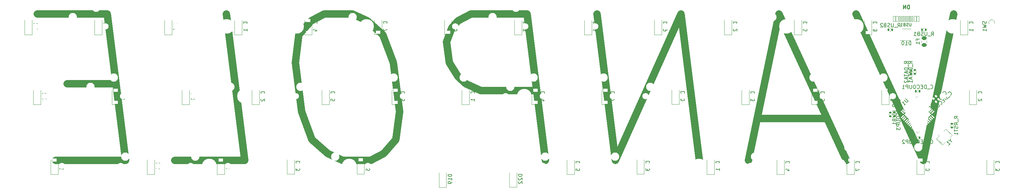
<source format=gbo>
%TF.GenerationSoftware,KiCad,Pcbnew,(5.99.0-10847-g28909c1a72)*%
%TF.CreationDate,2021-06-15T23:46:12+03:00*%
%TF.ProjectId,vanpole,76616e70-6f6c-4652-9e6b-696361645f70,rev?*%
%TF.SameCoordinates,Original*%
%TF.FileFunction,Legend,Bot*%
%TF.FilePolarity,Positive*%
%FSLAX46Y46*%
G04 Gerber Fmt 4.6, Leading zero omitted, Abs format (unit mm)*
G04 Created by KiCad (PCBNEW (5.99.0-10847-g28909c1a72)) date 2021-06-15 23:46:12*
%MOMM*%
%LPD*%
G01*
G04 APERTURE LIST*
G04 Aperture macros list*
%AMRoundRect*
0 Rectangle with rounded corners*
0 $1 Rounding radius*
0 $2 $3 $4 $5 $6 $7 $8 $9 X,Y pos of 4 corners*
0 Add a 4 corners polygon primitive as box body*
4,1,4,$2,$3,$4,$5,$6,$7,$8,$9,$2,$3,0*
0 Add four circle primitives for the rounded corners*
1,1,$1+$1,$2,$3*
1,1,$1+$1,$4,$5*
1,1,$1+$1,$6,$7*
1,1,$1+$1,$8,$9*
0 Add four rect primitives between the rounded corners*
20,1,$1+$1,$2,$3,$4,$5,0*
20,1,$1+$1,$4,$5,$6,$7,0*
20,1,$1+$1,$6,$7,$8,$9,0*
20,1,$1+$1,$8,$9,$2,$3,0*%
%AMRotRect*
0 Rectangle, with rotation*
0 The origin of the aperture is its center*
0 $1 length*
0 $2 width*
0 $3 Rotation angle, in degrees counterclockwise*
0 Add horizontal line*
21,1,$1,$2,0,0,$3*%
G04 Aperture macros list end*
%ADD10C,0.250000*%
%ADD11C,2.000000*%
%ADD12C,0.150000*%
%ADD13C,0.120000*%
%ADD14RotRect,0.400000X1.900000X45.000000*%
%ADD15RoundRect,0.062500X0.291682X0.380070X-0.380070X-0.291682X-0.291682X-0.380070X0.380070X0.291682X0*%
%ADD16RoundRect,0.062500X-0.291682X0.380070X-0.380070X0.291682X0.291682X-0.380070X0.380070X-0.291682X0*%
%ADD17RotRect,5.200000X5.200000X225.000000*%
%ADD18C,1.400000*%
%ADD19O,1.400000X1.400000*%
%ADD20RoundRect,0.135000X0.135000X0.185000X-0.135000X0.185000X-0.135000X-0.185000X0.135000X-0.185000X0*%
%ADD21RoundRect,0.135000X-0.135000X-0.185000X0.135000X-0.185000X0.135000X0.185000X-0.135000X0.185000X0*%
%ADD22RoundRect,0.135000X0.185000X-0.135000X0.185000X0.135000X-0.185000X0.135000X-0.185000X-0.135000X0*%
%ADD23RoundRect,0.135000X-0.185000X0.135000X-0.185000X-0.135000X0.185000X-0.135000X0.185000X0.135000X0*%
%ADD24C,3.987800*%
%ADD25C,3.048000*%
%ADD26C,1.750000*%
%ADD27C,2.250000*%
%ADD28RoundRect,0.243750X-0.456250X0.243750X-0.456250X-0.243750X0.456250X-0.243750X0.456250X0.243750X0*%
%ADD29R,1.200000X0.900000*%
%ADD30R,1.400000X1.200000*%
%ADD31R,1.400000X1.000000*%
%ADD32RoundRect,0.140000X0.021213X-0.219203X0.219203X-0.021213X-0.021213X0.219203X-0.219203X0.021213X0*%
%ADD33RoundRect,0.140000X0.170000X-0.140000X0.170000X0.140000X-0.170000X0.140000X-0.170000X-0.140000X0*%
%ADD34RoundRect,0.140000X-0.140000X-0.170000X0.140000X-0.170000X0.140000X0.170000X-0.140000X0.170000X0*%
%ADD35RoundRect,0.140000X0.140000X0.170000X-0.140000X0.170000X-0.140000X-0.170000X0.140000X-0.170000X0*%
%ADD36C,0.750000*%
%ADD37RoundRect,0.050000X-0.300000X-0.725000X0.300000X-0.725000X0.300000X0.725000X-0.300000X0.725000X0*%
%ADD38RoundRect,0.050000X-0.150000X-0.725000X0.150000X-0.725000X0.150000X0.725000X-0.150000X0.725000X0*%
%ADD39O,1.100000X2.200000*%
%ADD40O,1.100000X1.700000*%
G04 APERTURE END LIST*
D10*
X276285714Y-52322380D02*
X276285714Y-51322380D01*
X276047619Y-51322380D01*
X275904761Y-51370000D01*
X275809523Y-51465238D01*
X275761904Y-51560476D01*
X275714285Y-51750952D01*
X275714285Y-51893809D01*
X275761904Y-52084285D01*
X275809523Y-52179523D01*
X275904761Y-52274761D01*
X276047619Y-52322380D01*
X276285714Y-52322380D01*
X275285714Y-52322380D02*
X275285714Y-51322380D01*
X274714285Y-52322380D01*
X274714285Y-51322380D01*
D11*
X288453571Y-53725238D02*
X280120238Y-93725238D01*
X261786904Y-53725238D01*
X253929761Y-82296666D02*
X234882142Y-82296666D01*
X259167857Y-93725238D02*
X240834523Y-53725238D01*
X232501190Y-93725238D01*
X219167857Y-93725238D02*
X214167857Y-53725238D01*
X196310714Y-93725238D01*
X191310714Y-53725238D01*
X177263095Y-93725238D02*
X172263095Y-53725238D01*
X157025000Y-53725238D01*
X153453571Y-55630000D01*
X151786904Y-57534761D01*
X150358333Y-61344285D01*
X151072619Y-67058571D01*
X153453571Y-70868095D01*
X155596428Y-72772857D01*
X159644047Y-74677619D01*
X174882142Y-74677619D01*
X124644047Y-53725238D02*
X117025000Y-53725238D01*
X113453571Y-55630000D01*
X110120238Y-59439523D01*
X109167857Y-67058571D01*
X110834523Y-80391904D01*
X113691666Y-88010952D01*
X117977380Y-91820476D01*
X122025000Y-93725238D01*
X129644047Y-93725238D01*
X133215476Y-91820476D01*
X136548809Y-88010952D01*
X137501190Y-80391904D01*
X135834523Y-67058571D01*
X132977380Y-59439523D01*
X128691666Y-55630000D01*
X124644047Y-53725238D01*
X76310714Y-93725238D02*
X95358333Y-93725238D01*
X90358333Y-53725238D01*
X60358333Y-72772857D02*
X47025000Y-72772857D01*
X43929761Y-93725238D02*
X62977380Y-93725238D01*
X57977380Y-53725238D01*
X38929761Y-53725238D01*
D12*
%TO.C,Y1*%
X287594095Y-88350660D02*
X287930813Y-88687378D01*
X287459408Y-87744569D02*
X287594095Y-88350660D01*
X286988004Y-88215973D01*
X287089019Y-89529171D02*
X287493080Y-89125110D01*
X287291049Y-89327141D02*
X286583943Y-88620034D01*
X286752301Y-88653706D01*
X286886988Y-88653706D01*
X286988004Y-88620034D01*
%TO.C,U1*%
X275323267Y-76845771D02*
X275895687Y-77418191D01*
X275929359Y-77519206D01*
X275929359Y-77586550D01*
X275895687Y-77687565D01*
X275761000Y-77822252D01*
X275659985Y-77855924D01*
X275592641Y-77855924D01*
X275491626Y-77822252D01*
X274919206Y-77249832D01*
X274919206Y-78664046D02*
X275323267Y-78259985D01*
X275121237Y-78462015D02*
X274414130Y-77754909D01*
X274582489Y-77788580D01*
X274717176Y-77788580D01*
X274818191Y-77754909D01*
%TO.C,SW1*%
X297234761Y-55751666D02*
X297282380Y-55894523D01*
X297282380Y-56132619D01*
X297234761Y-56227857D01*
X297187142Y-56275476D01*
X297091904Y-56323095D01*
X296996666Y-56323095D01*
X296901428Y-56275476D01*
X296853809Y-56227857D01*
X296806190Y-56132619D01*
X296758571Y-55942142D01*
X296710952Y-55846904D01*
X296663333Y-55799285D01*
X296568095Y-55751666D01*
X296472857Y-55751666D01*
X296377619Y-55799285D01*
X296330000Y-55846904D01*
X296282380Y-55942142D01*
X296282380Y-56180238D01*
X296330000Y-56323095D01*
X296282380Y-56656428D02*
X297282380Y-56894523D01*
X296568095Y-57085000D01*
X297282380Y-57275476D01*
X296282380Y-57513571D01*
X297282380Y-58418333D02*
X297282380Y-57846904D01*
X297282380Y-58132619D02*
X296282380Y-58132619D01*
X296425238Y-58037380D01*
X296520476Y-57942142D01*
X296568095Y-57846904D01*
%TO.C,R_USB2*%
X273187619Y-57312380D02*
X273520952Y-56836190D01*
X273759047Y-57312380D02*
X273759047Y-56312380D01*
X273378095Y-56312380D01*
X273282857Y-56360000D01*
X273235238Y-56407619D01*
X273187619Y-56502857D01*
X273187619Y-56645714D01*
X273235238Y-56740952D01*
X273282857Y-56788571D01*
X273378095Y-56836190D01*
X273759047Y-56836190D01*
X272997142Y-57407619D02*
X272235238Y-57407619D01*
X271997142Y-56312380D02*
X271997142Y-57121904D01*
X271949523Y-57217142D01*
X271901904Y-57264761D01*
X271806666Y-57312380D01*
X271616190Y-57312380D01*
X271520952Y-57264761D01*
X271473333Y-57217142D01*
X271425714Y-57121904D01*
X271425714Y-56312380D01*
X270997142Y-57264761D02*
X270854285Y-57312380D01*
X270616190Y-57312380D01*
X270520952Y-57264761D01*
X270473333Y-57217142D01*
X270425714Y-57121904D01*
X270425714Y-57026666D01*
X270473333Y-56931428D01*
X270520952Y-56883809D01*
X270616190Y-56836190D01*
X270806666Y-56788571D01*
X270901904Y-56740952D01*
X270949523Y-56693333D01*
X270997142Y-56598095D01*
X270997142Y-56502857D01*
X270949523Y-56407619D01*
X270901904Y-56360000D01*
X270806666Y-56312380D01*
X270568571Y-56312380D01*
X270425714Y-56360000D01*
X269663809Y-56788571D02*
X269520952Y-56836190D01*
X269473333Y-56883809D01*
X269425714Y-56979047D01*
X269425714Y-57121904D01*
X269473333Y-57217142D01*
X269520952Y-57264761D01*
X269616190Y-57312380D01*
X269997142Y-57312380D01*
X269997142Y-56312380D01*
X269663809Y-56312380D01*
X269568571Y-56360000D01*
X269520952Y-56407619D01*
X269473333Y-56502857D01*
X269473333Y-56598095D01*
X269520952Y-56693333D01*
X269568571Y-56740952D01*
X269663809Y-56788571D01*
X269997142Y-56788571D01*
X269044761Y-56407619D02*
X268997142Y-56360000D01*
X268901904Y-56312380D01*
X268663809Y-56312380D01*
X268568571Y-56360000D01*
X268520952Y-56407619D01*
X268473333Y-56502857D01*
X268473333Y-56598095D01*
X268520952Y-56740952D01*
X269092380Y-57312380D01*
X268473333Y-57312380D01*
%TO.C,R_USB1*%
X282297619Y-59652380D02*
X282630952Y-59176190D01*
X282869047Y-59652380D02*
X282869047Y-58652380D01*
X282488095Y-58652380D01*
X282392857Y-58700000D01*
X282345238Y-58747619D01*
X282297619Y-58842857D01*
X282297619Y-58985714D01*
X282345238Y-59080952D01*
X282392857Y-59128571D01*
X282488095Y-59176190D01*
X282869047Y-59176190D01*
X282107142Y-59747619D02*
X281345238Y-59747619D01*
X281107142Y-58652380D02*
X281107142Y-59461904D01*
X281059523Y-59557142D01*
X281011904Y-59604761D01*
X280916666Y-59652380D01*
X280726190Y-59652380D01*
X280630952Y-59604761D01*
X280583333Y-59557142D01*
X280535714Y-59461904D01*
X280535714Y-58652380D01*
X280107142Y-59604761D02*
X279964285Y-59652380D01*
X279726190Y-59652380D01*
X279630952Y-59604761D01*
X279583333Y-59557142D01*
X279535714Y-59461904D01*
X279535714Y-59366666D01*
X279583333Y-59271428D01*
X279630952Y-59223809D01*
X279726190Y-59176190D01*
X279916666Y-59128571D01*
X280011904Y-59080952D01*
X280059523Y-59033333D01*
X280107142Y-58938095D01*
X280107142Y-58842857D01*
X280059523Y-58747619D01*
X280011904Y-58700000D01*
X279916666Y-58652380D01*
X279678571Y-58652380D01*
X279535714Y-58700000D01*
X278773809Y-59128571D02*
X278630952Y-59176190D01*
X278583333Y-59223809D01*
X278535714Y-59319047D01*
X278535714Y-59461904D01*
X278583333Y-59557142D01*
X278630952Y-59604761D01*
X278726190Y-59652380D01*
X279107142Y-59652380D01*
X279107142Y-58652380D01*
X278773809Y-58652380D01*
X278678571Y-58700000D01*
X278630952Y-58747619D01*
X278583333Y-58842857D01*
X278583333Y-58938095D01*
X278630952Y-59033333D01*
X278678571Y-59080952D01*
X278773809Y-59128571D01*
X279107142Y-59128571D01*
X277583333Y-59652380D02*
X278154761Y-59652380D01*
X277869047Y-59652380D02*
X277869047Y-58652380D01*
X277964285Y-58795238D01*
X278059523Y-58890476D01*
X278154761Y-58938095D01*
%TO.C,R_RST1*%
X289542380Y-82275238D02*
X289066190Y-81941904D01*
X289542380Y-81703809D02*
X288542380Y-81703809D01*
X288542380Y-82084761D01*
X288590000Y-82180000D01*
X288637619Y-82227619D01*
X288732857Y-82275238D01*
X288875714Y-82275238D01*
X288970952Y-82227619D01*
X289018571Y-82180000D01*
X289066190Y-82084761D01*
X289066190Y-81703809D01*
X289637619Y-82465714D02*
X289637619Y-83227619D01*
X289542380Y-84037142D02*
X289066190Y-83703809D01*
X289542380Y-83465714D02*
X288542380Y-83465714D01*
X288542380Y-83846666D01*
X288590000Y-83941904D01*
X288637619Y-83989523D01*
X288732857Y-84037142D01*
X288875714Y-84037142D01*
X288970952Y-83989523D01*
X289018571Y-83941904D01*
X289066190Y-83846666D01*
X289066190Y-83465714D01*
X289494761Y-84418095D02*
X289542380Y-84560952D01*
X289542380Y-84799047D01*
X289494761Y-84894285D01*
X289447142Y-84941904D01*
X289351904Y-84989523D01*
X289256666Y-84989523D01*
X289161428Y-84941904D01*
X289113809Y-84894285D01*
X289066190Y-84799047D01*
X289018571Y-84608571D01*
X288970952Y-84513333D01*
X288923333Y-84465714D01*
X288828095Y-84418095D01*
X288732857Y-84418095D01*
X288637619Y-84465714D01*
X288590000Y-84513333D01*
X288542380Y-84608571D01*
X288542380Y-84846666D01*
X288590000Y-84989523D01*
X288542380Y-85275238D02*
X288542380Y-85846666D01*
X289542380Y-85560952D02*
X288542380Y-85560952D01*
X289542380Y-86703809D02*
X289542380Y-86132380D01*
X289542380Y-86418095D02*
X288542380Y-86418095D01*
X288685238Y-86322857D01*
X288780476Y-86227619D01*
X288828095Y-86132380D01*
%TO.C,R_HWB1*%
X272772380Y-79037142D02*
X272296190Y-78703809D01*
X272772380Y-78465714D02*
X271772380Y-78465714D01*
X271772380Y-78846666D01*
X271820000Y-78941904D01*
X271867619Y-78989523D01*
X271962857Y-79037142D01*
X272105714Y-79037142D01*
X272200952Y-78989523D01*
X272248571Y-78941904D01*
X272296190Y-78846666D01*
X272296190Y-78465714D01*
X272867619Y-79227619D02*
X272867619Y-79989523D01*
X272772380Y-80227619D02*
X271772380Y-80227619D01*
X272248571Y-80227619D02*
X272248571Y-80799047D01*
X272772380Y-80799047D02*
X271772380Y-80799047D01*
X271772380Y-81180000D02*
X272772380Y-81418095D01*
X272058095Y-81608571D01*
X272772380Y-81799047D01*
X271772380Y-82037142D01*
X272248571Y-82751428D02*
X272296190Y-82894285D01*
X272343809Y-82941904D01*
X272439047Y-82989523D01*
X272581904Y-82989523D01*
X272677142Y-82941904D01*
X272724761Y-82894285D01*
X272772380Y-82799047D01*
X272772380Y-82418095D01*
X271772380Y-82418095D01*
X271772380Y-82751428D01*
X271820000Y-82846666D01*
X271867619Y-82894285D01*
X271962857Y-82941904D01*
X272058095Y-82941904D01*
X272153333Y-82894285D01*
X272200952Y-82846666D01*
X272248571Y-82751428D01*
X272248571Y-82418095D01*
X272772380Y-83941904D02*
X272772380Y-83370476D01*
X272772380Y-83656190D02*
X271772380Y-83656190D01*
X271915238Y-83560952D01*
X272010476Y-83465714D01*
X272058095Y-83370476D01*
%TO.C,R_DATA2*%
X275972380Y-67284285D02*
X275496190Y-66950952D01*
X275972380Y-66712857D02*
X274972380Y-66712857D01*
X274972380Y-67093809D01*
X275020000Y-67189047D01*
X275067619Y-67236666D01*
X275162857Y-67284285D01*
X275305714Y-67284285D01*
X275400952Y-67236666D01*
X275448571Y-67189047D01*
X275496190Y-67093809D01*
X275496190Y-66712857D01*
X276067619Y-67474761D02*
X276067619Y-68236666D01*
X275972380Y-68474761D02*
X274972380Y-68474761D01*
X274972380Y-68712857D01*
X275020000Y-68855714D01*
X275115238Y-68950952D01*
X275210476Y-68998571D01*
X275400952Y-69046190D01*
X275543809Y-69046190D01*
X275734285Y-68998571D01*
X275829523Y-68950952D01*
X275924761Y-68855714D01*
X275972380Y-68712857D01*
X275972380Y-68474761D01*
X275686666Y-69427142D02*
X275686666Y-69903333D01*
X275972380Y-69331904D02*
X274972380Y-69665238D01*
X275972380Y-69998571D01*
X274972380Y-70189047D02*
X274972380Y-70760476D01*
X275972380Y-70474761D02*
X274972380Y-70474761D01*
X275686666Y-71046190D02*
X275686666Y-71522380D01*
X275972380Y-70950952D02*
X274972380Y-71284285D01*
X275972380Y-71617619D01*
X275067619Y-71903333D02*
X275020000Y-71950952D01*
X274972380Y-72046190D01*
X274972380Y-72284285D01*
X275020000Y-72379523D01*
X275067619Y-72427142D01*
X275162857Y-72474761D01*
X275258095Y-72474761D01*
X275400952Y-72427142D01*
X275972380Y-71855714D01*
X275972380Y-72474761D01*
%TO.C,R_DATA1*%
X277112380Y-67264285D02*
X276636190Y-66930952D01*
X277112380Y-66692857D02*
X276112380Y-66692857D01*
X276112380Y-67073809D01*
X276160000Y-67169047D01*
X276207619Y-67216666D01*
X276302857Y-67264285D01*
X276445714Y-67264285D01*
X276540952Y-67216666D01*
X276588571Y-67169047D01*
X276636190Y-67073809D01*
X276636190Y-66692857D01*
X277207619Y-67454761D02*
X277207619Y-68216666D01*
X277112380Y-68454761D02*
X276112380Y-68454761D01*
X276112380Y-68692857D01*
X276160000Y-68835714D01*
X276255238Y-68930952D01*
X276350476Y-68978571D01*
X276540952Y-69026190D01*
X276683809Y-69026190D01*
X276874285Y-68978571D01*
X276969523Y-68930952D01*
X277064761Y-68835714D01*
X277112380Y-68692857D01*
X277112380Y-68454761D01*
X276826666Y-69407142D02*
X276826666Y-69883333D01*
X277112380Y-69311904D02*
X276112380Y-69645238D01*
X277112380Y-69978571D01*
X276112380Y-70169047D02*
X276112380Y-70740476D01*
X277112380Y-70454761D02*
X276112380Y-70454761D01*
X276826666Y-71026190D02*
X276826666Y-71502380D01*
X277112380Y-70930952D02*
X276112380Y-71264285D01*
X277112380Y-71597619D01*
X277112380Y-72454761D02*
X277112380Y-71883333D01*
X277112380Y-72169047D02*
X276112380Y-72169047D01*
X276255238Y-72073809D01*
X276350476Y-71978571D01*
X276398095Y-71883333D01*
%TO.C,F1*%
X278618571Y-60916666D02*
X278618571Y-60583333D01*
X279142380Y-60583333D02*
X278142380Y-60583333D01*
X278142380Y-61059523D01*
X279142380Y-61964285D02*
X279142380Y-61392857D01*
X279142380Y-61678571D02*
X278142380Y-61678571D01*
X278285238Y-61583333D01*
X278380476Y-61488095D01*
X278428095Y-61392857D01*
%TO.C,D43*%
X300822380Y-94035714D02*
X299822380Y-94035714D01*
X299822380Y-94273809D01*
X299870000Y-94416666D01*
X299965238Y-94511904D01*
X300060476Y-94559523D01*
X300250952Y-94607142D01*
X300393809Y-94607142D01*
X300584285Y-94559523D01*
X300679523Y-94511904D01*
X300774761Y-94416666D01*
X300822380Y-94273809D01*
X300822380Y-94035714D01*
X300155714Y-95464285D02*
X300822380Y-95464285D01*
X299774761Y-95226190D02*
X300489047Y-94988095D01*
X300489047Y-95607142D01*
X299822380Y-95892857D02*
X299822380Y-96511904D01*
X300203333Y-96178571D01*
X300203333Y-96321428D01*
X300250952Y-96416666D01*
X300298571Y-96464285D01*
X300393809Y-96511904D01*
X300631904Y-96511904D01*
X300727142Y-96464285D01*
X300774761Y-96416666D01*
X300822380Y-96321428D01*
X300822380Y-96035714D01*
X300774761Y-95940476D01*
X300727142Y-95892857D01*
%TO.C,D42*%
X296062380Y-74995714D02*
X295062380Y-74995714D01*
X295062380Y-75233809D01*
X295110000Y-75376666D01*
X295205238Y-75471904D01*
X295300476Y-75519523D01*
X295490952Y-75567142D01*
X295633809Y-75567142D01*
X295824285Y-75519523D01*
X295919523Y-75471904D01*
X296014761Y-75376666D01*
X296062380Y-75233809D01*
X296062380Y-74995714D01*
X295395714Y-76424285D02*
X296062380Y-76424285D01*
X295014761Y-76186190D02*
X295729047Y-75948095D01*
X295729047Y-76567142D01*
X295157619Y-76900476D02*
X295110000Y-76948095D01*
X295062380Y-77043333D01*
X295062380Y-77281428D01*
X295110000Y-77376666D01*
X295157619Y-77424285D01*
X295252857Y-77471904D01*
X295348095Y-77471904D01*
X295490952Y-77424285D01*
X296062380Y-76852857D01*
X296062380Y-77471904D01*
%TO.C,D41*%
X293682380Y-55915714D02*
X292682380Y-55915714D01*
X292682380Y-56153809D01*
X292730000Y-56296666D01*
X292825238Y-56391904D01*
X292920476Y-56439523D01*
X293110952Y-56487142D01*
X293253809Y-56487142D01*
X293444285Y-56439523D01*
X293539523Y-56391904D01*
X293634761Y-56296666D01*
X293682380Y-56153809D01*
X293682380Y-55915714D01*
X293015714Y-57344285D02*
X293682380Y-57344285D01*
X292634761Y-57106190D02*
X293349047Y-56868095D01*
X293349047Y-57487142D01*
X293682380Y-58391904D02*
X293682380Y-57820476D01*
X293682380Y-58106190D02*
X292682380Y-58106190D01*
X292825238Y-58010952D01*
X292920476Y-57915714D01*
X292968095Y-57820476D01*
%TO.C,D40*%
X281782380Y-94055714D02*
X280782380Y-94055714D01*
X280782380Y-94293809D01*
X280830000Y-94436666D01*
X280925238Y-94531904D01*
X281020476Y-94579523D01*
X281210952Y-94627142D01*
X281353809Y-94627142D01*
X281544285Y-94579523D01*
X281639523Y-94531904D01*
X281734761Y-94436666D01*
X281782380Y-94293809D01*
X281782380Y-94055714D01*
X281115714Y-95484285D02*
X281782380Y-95484285D01*
X280734761Y-95246190D02*
X281449047Y-95008095D01*
X281449047Y-95627142D01*
X280782380Y-96198571D02*
X280782380Y-96293809D01*
X280830000Y-96389047D01*
X280877619Y-96436666D01*
X280972857Y-96484285D01*
X281163333Y-96531904D01*
X281401428Y-96531904D01*
X281591904Y-96484285D01*
X281687142Y-96436666D01*
X281734761Y-96389047D01*
X281782380Y-96293809D01*
X281782380Y-96198571D01*
X281734761Y-96103333D01*
X281687142Y-96055714D01*
X281591904Y-96008095D01*
X281401428Y-95960476D01*
X281163333Y-95960476D01*
X280972857Y-96008095D01*
X280877619Y-96055714D01*
X280830000Y-96103333D01*
X280782380Y-96198571D01*
%TO.C,D39*%
X272262380Y-74995714D02*
X271262380Y-74995714D01*
X271262380Y-75233809D01*
X271310000Y-75376666D01*
X271405238Y-75471904D01*
X271500476Y-75519523D01*
X271690952Y-75567142D01*
X271833809Y-75567142D01*
X272024285Y-75519523D01*
X272119523Y-75471904D01*
X272214761Y-75376666D01*
X272262380Y-75233809D01*
X272262380Y-74995714D01*
X271262380Y-75900476D02*
X271262380Y-76519523D01*
X271643333Y-76186190D01*
X271643333Y-76329047D01*
X271690952Y-76424285D01*
X271738571Y-76471904D01*
X271833809Y-76519523D01*
X272071904Y-76519523D01*
X272167142Y-76471904D01*
X272214761Y-76424285D01*
X272262380Y-76329047D01*
X272262380Y-76043333D01*
X272214761Y-75948095D01*
X272167142Y-75900476D01*
X272262380Y-76995714D02*
X272262380Y-77186190D01*
X272214761Y-77281428D01*
X272167142Y-77329047D01*
X272024285Y-77424285D01*
X271833809Y-77471904D01*
X271452857Y-77471904D01*
X271357619Y-77424285D01*
X271310000Y-77376666D01*
X271262380Y-77281428D01*
X271262380Y-77090952D01*
X271310000Y-76995714D01*
X271357619Y-76948095D01*
X271452857Y-76900476D01*
X271690952Y-76900476D01*
X271786190Y-76948095D01*
X271833809Y-76995714D01*
X271881428Y-77090952D01*
X271881428Y-77281428D01*
X271833809Y-77376666D01*
X271786190Y-77424285D01*
X271690952Y-77471904D01*
%TO.C,D38*%
X267492380Y-55935714D02*
X266492380Y-55935714D01*
X266492380Y-56173809D01*
X266540000Y-56316666D01*
X266635238Y-56411904D01*
X266730476Y-56459523D01*
X266920952Y-56507142D01*
X267063809Y-56507142D01*
X267254285Y-56459523D01*
X267349523Y-56411904D01*
X267444761Y-56316666D01*
X267492380Y-56173809D01*
X267492380Y-55935714D01*
X266492380Y-56840476D02*
X266492380Y-57459523D01*
X266873333Y-57126190D01*
X266873333Y-57269047D01*
X266920952Y-57364285D01*
X266968571Y-57411904D01*
X267063809Y-57459523D01*
X267301904Y-57459523D01*
X267397142Y-57411904D01*
X267444761Y-57364285D01*
X267492380Y-57269047D01*
X267492380Y-56983333D01*
X267444761Y-56888095D01*
X267397142Y-56840476D01*
X266920952Y-58030952D02*
X266873333Y-57935714D01*
X266825714Y-57888095D01*
X266730476Y-57840476D01*
X266682857Y-57840476D01*
X266587619Y-57888095D01*
X266540000Y-57935714D01*
X266492380Y-58030952D01*
X266492380Y-58221428D01*
X266540000Y-58316666D01*
X266587619Y-58364285D01*
X266682857Y-58411904D01*
X266730476Y-58411904D01*
X266825714Y-58364285D01*
X266873333Y-58316666D01*
X266920952Y-58221428D01*
X266920952Y-58030952D01*
X266968571Y-57935714D01*
X267016190Y-57888095D01*
X267111428Y-57840476D01*
X267301904Y-57840476D01*
X267397142Y-57888095D01*
X267444761Y-57935714D01*
X267492380Y-58030952D01*
X267492380Y-58221428D01*
X267444761Y-58316666D01*
X267397142Y-58364285D01*
X267301904Y-58411904D01*
X267111428Y-58411904D01*
X267016190Y-58364285D01*
X266968571Y-58316666D01*
X266920952Y-58221428D01*
%TO.C,D37*%
X262732380Y-94035714D02*
X261732380Y-94035714D01*
X261732380Y-94273809D01*
X261780000Y-94416666D01*
X261875238Y-94511904D01*
X261970476Y-94559523D01*
X262160952Y-94607142D01*
X262303809Y-94607142D01*
X262494285Y-94559523D01*
X262589523Y-94511904D01*
X262684761Y-94416666D01*
X262732380Y-94273809D01*
X262732380Y-94035714D01*
X261732380Y-94940476D02*
X261732380Y-95559523D01*
X262113333Y-95226190D01*
X262113333Y-95369047D01*
X262160952Y-95464285D01*
X262208571Y-95511904D01*
X262303809Y-95559523D01*
X262541904Y-95559523D01*
X262637142Y-95511904D01*
X262684761Y-95464285D01*
X262732380Y-95369047D01*
X262732380Y-95083333D01*
X262684761Y-94988095D01*
X262637142Y-94940476D01*
X261732380Y-95892857D02*
X261732380Y-96559523D01*
X262732380Y-96130952D01*
%TO.C,D36*%
X253202380Y-74975714D02*
X252202380Y-74975714D01*
X252202380Y-75213809D01*
X252250000Y-75356666D01*
X252345238Y-75451904D01*
X252440476Y-75499523D01*
X252630952Y-75547142D01*
X252773809Y-75547142D01*
X252964285Y-75499523D01*
X253059523Y-75451904D01*
X253154761Y-75356666D01*
X253202380Y-75213809D01*
X253202380Y-74975714D01*
X252202380Y-75880476D02*
X252202380Y-76499523D01*
X252583333Y-76166190D01*
X252583333Y-76309047D01*
X252630952Y-76404285D01*
X252678571Y-76451904D01*
X252773809Y-76499523D01*
X253011904Y-76499523D01*
X253107142Y-76451904D01*
X253154761Y-76404285D01*
X253202380Y-76309047D01*
X253202380Y-76023333D01*
X253154761Y-75928095D01*
X253107142Y-75880476D01*
X252202380Y-77356666D02*
X252202380Y-77166190D01*
X252250000Y-77070952D01*
X252297619Y-77023333D01*
X252440476Y-76928095D01*
X252630952Y-76880476D01*
X253011904Y-76880476D01*
X253107142Y-76928095D01*
X253154761Y-76975714D01*
X253202380Y-77070952D01*
X253202380Y-77261428D01*
X253154761Y-77356666D01*
X253107142Y-77404285D01*
X253011904Y-77451904D01*
X252773809Y-77451904D01*
X252678571Y-77404285D01*
X252630952Y-77356666D01*
X252583333Y-77261428D01*
X252583333Y-77070952D01*
X252630952Y-76975714D01*
X252678571Y-76928095D01*
X252773809Y-76880476D01*
%TO.C,D35*%
X248442380Y-55905714D02*
X247442380Y-55905714D01*
X247442380Y-56143809D01*
X247490000Y-56286666D01*
X247585238Y-56381904D01*
X247680476Y-56429523D01*
X247870952Y-56477142D01*
X248013809Y-56477142D01*
X248204285Y-56429523D01*
X248299523Y-56381904D01*
X248394761Y-56286666D01*
X248442380Y-56143809D01*
X248442380Y-55905714D01*
X247442380Y-56810476D02*
X247442380Y-57429523D01*
X247823333Y-57096190D01*
X247823333Y-57239047D01*
X247870952Y-57334285D01*
X247918571Y-57381904D01*
X248013809Y-57429523D01*
X248251904Y-57429523D01*
X248347142Y-57381904D01*
X248394761Y-57334285D01*
X248442380Y-57239047D01*
X248442380Y-56953333D01*
X248394761Y-56858095D01*
X248347142Y-56810476D01*
X247442380Y-58334285D02*
X247442380Y-57858095D01*
X247918571Y-57810476D01*
X247870952Y-57858095D01*
X247823333Y-57953333D01*
X247823333Y-58191428D01*
X247870952Y-58286666D01*
X247918571Y-58334285D01*
X248013809Y-58381904D01*
X248251904Y-58381904D01*
X248347142Y-58334285D01*
X248394761Y-58286666D01*
X248442380Y-58191428D01*
X248442380Y-57953333D01*
X248394761Y-57858095D01*
X248347142Y-57810476D01*
%TO.C,D34*%
X243682380Y-94045714D02*
X242682380Y-94045714D01*
X242682380Y-94283809D01*
X242730000Y-94426666D01*
X242825238Y-94521904D01*
X242920476Y-94569523D01*
X243110952Y-94617142D01*
X243253809Y-94617142D01*
X243444285Y-94569523D01*
X243539523Y-94521904D01*
X243634761Y-94426666D01*
X243682380Y-94283809D01*
X243682380Y-94045714D01*
X242682380Y-94950476D02*
X242682380Y-95569523D01*
X243063333Y-95236190D01*
X243063333Y-95379047D01*
X243110952Y-95474285D01*
X243158571Y-95521904D01*
X243253809Y-95569523D01*
X243491904Y-95569523D01*
X243587142Y-95521904D01*
X243634761Y-95474285D01*
X243682380Y-95379047D01*
X243682380Y-95093333D01*
X243634761Y-94998095D01*
X243587142Y-94950476D01*
X243015714Y-96426666D02*
X243682380Y-96426666D01*
X242634761Y-96188571D02*
X243349047Y-95950476D01*
X243349047Y-96569523D01*
%TO.C,D33*%
X234152380Y-74985714D02*
X233152380Y-74985714D01*
X233152380Y-75223809D01*
X233200000Y-75366666D01*
X233295238Y-75461904D01*
X233390476Y-75509523D01*
X233580952Y-75557142D01*
X233723809Y-75557142D01*
X233914285Y-75509523D01*
X234009523Y-75461904D01*
X234104761Y-75366666D01*
X234152380Y-75223809D01*
X234152380Y-74985714D01*
X233152380Y-75890476D02*
X233152380Y-76509523D01*
X233533333Y-76176190D01*
X233533333Y-76319047D01*
X233580952Y-76414285D01*
X233628571Y-76461904D01*
X233723809Y-76509523D01*
X233961904Y-76509523D01*
X234057142Y-76461904D01*
X234104761Y-76414285D01*
X234152380Y-76319047D01*
X234152380Y-76033333D01*
X234104761Y-75938095D01*
X234057142Y-75890476D01*
X233152380Y-76842857D02*
X233152380Y-77461904D01*
X233533333Y-77128571D01*
X233533333Y-77271428D01*
X233580952Y-77366666D01*
X233628571Y-77414285D01*
X233723809Y-77461904D01*
X233961904Y-77461904D01*
X234057142Y-77414285D01*
X234104761Y-77366666D01*
X234152380Y-77271428D01*
X234152380Y-76985714D01*
X234104761Y-76890476D01*
X234057142Y-76842857D01*
%TO.C,D32*%
X229392380Y-55905714D02*
X228392380Y-55905714D01*
X228392380Y-56143809D01*
X228440000Y-56286666D01*
X228535238Y-56381904D01*
X228630476Y-56429523D01*
X228820952Y-56477142D01*
X228963809Y-56477142D01*
X229154285Y-56429523D01*
X229249523Y-56381904D01*
X229344761Y-56286666D01*
X229392380Y-56143809D01*
X229392380Y-55905714D01*
X228392380Y-56810476D02*
X228392380Y-57429523D01*
X228773333Y-57096190D01*
X228773333Y-57239047D01*
X228820952Y-57334285D01*
X228868571Y-57381904D01*
X228963809Y-57429523D01*
X229201904Y-57429523D01*
X229297142Y-57381904D01*
X229344761Y-57334285D01*
X229392380Y-57239047D01*
X229392380Y-56953333D01*
X229344761Y-56858095D01*
X229297142Y-56810476D01*
X228487619Y-57810476D02*
X228440000Y-57858095D01*
X228392380Y-57953333D01*
X228392380Y-58191428D01*
X228440000Y-58286666D01*
X228487619Y-58334285D01*
X228582857Y-58381904D01*
X228678095Y-58381904D01*
X228820952Y-58334285D01*
X229392380Y-57762857D01*
X229392380Y-58381904D01*
%TO.C,D31*%
X224632380Y-94005714D02*
X223632380Y-94005714D01*
X223632380Y-94243809D01*
X223680000Y-94386666D01*
X223775238Y-94481904D01*
X223870476Y-94529523D01*
X224060952Y-94577142D01*
X224203809Y-94577142D01*
X224394285Y-94529523D01*
X224489523Y-94481904D01*
X224584761Y-94386666D01*
X224632380Y-94243809D01*
X224632380Y-94005714D01*
X223632380Y-94910476D02*
X223632380Y-95529523D01*
X224013333Y-95196190D01*
X224013333Y-95339047D01*
X224060952Y-95434285D01*
X224108571Y-95481904D01*
X224203809Y-95529523D01*
X224441904Y-95529523D01*
X224537142Y-95481904D01*
X224584761Y-95434285D01*
X224632380Y-95339047D01*
X224632380Y-95053333D01*
X224584761Y-94958095D01*
X224537142Y-94910476D01*
X224632380Y-96481904D02*
X224632380Y-95910476D01*
X224632380Y-96196190D02*
X223632380Y-96196190D01*
X223775238Y-96100952D01*
X223870476Y-96005714D01*
X223918095Y-95910476D01*
%TO.C,D30*%
X215102380Y-74945714D02*
X214102380Y-74945714D01*
X214102380Y-75183809D01*
X214150000Y-75326666D01*
X214245238Y-75421904D01*
X214340476Y-75469523D01*
X214530952Y-75517142D01*
X214673809Y-75517142D01*
X214864285Y-75469523D01*
X214959523Y-75421904D01*
X215054761Y-75326666D01*
X215102380Y-75183809D01*
X215102380Y-74945714D01*
X214102380Y-75850476D02*
X214102380Y-76469523D01*
X214483333Y-76136190D01*
X214483333Y-76279047D01*
X214530952Y-76374285D01*
X214578571Y-76421904D01*
X214673809Y-76469523D01*
X214911904Y-76469523D01*
X215007142Y-76421904D01*
X215054761Y-76374285D01*
X215102380Y-76279047D01*
X215102380Y-75993333D01*
X215054761Y-75898095D01*
X215007142Y-75850476D01*
X214102380Y-77088571D02*
X214102380Y-77183809D01*
X214150000Y-77279047D01*
X214197619Y-77326666D01*
X214292857Y-77374285D01*
X214483333Y-77421904D01*
X214721428Y-77421904D01*
X214911904Y-77374285D01*
X215007142Y-77326666D01*
X215054761Y-77279047D01*
X215102380Y-77183809D01*
X215102380Y-77088571D01*
X215054761Y-76993333D01*
X215007142Y-76945714D01*
X214911904Y-76898095D01*
X214721428Y-76850476D01*
X214483333Y-76850476D01*
X214292857Y-76898095D01*
X214197619Y-76945714D01*
X214150000Y-76993333D01*
X214102380Y-77088571D01*
%TO.C,D29*%
X210342380Y-55905714D02*
X209342380Y-55905714D01*
X209342380Y-56143809D01*
X209390000Y-56286666D01*
X209485238Y-56381904D01*
X209580476Y-56429523D01*
X209770952Y-56477142D01*
X209913809Y-56477142D01*
X210104285Y-56429523D01*
X210199523Y-56381904D01*
X210294761Y-56286666D01*
X210342380Y-56143809D01*
X210342380Y-55905714D01*
X209437619Y-56858095D02*
X209390000Y-56905714D01*
X209342380Y-57000952D01*
X209342380Y-57239047D01*
X209390000Y-57334285D01*
X209437619Y-57381904D01*
X209532857Y-57429523D01*
X209628095Y-57429523D01*
X209770952Y-57381904D01*
X210342380Y-56810476D01*
X210342380Y-57429523D01*
X210342380Y-57905714D02*
X210342380Y-58096190D01*
X210294761Y-58191428D01*
X210247142Y-58239047D01*
X210104285Y-58334285D01*
X209913809Y-58381904D01*
X209532857Y-58381904D01*
X209437619Y-58334285D01*
X209390000Y-58286666D01*
X209342380Y-58191428D01*
X209342380Y-58000952D01*
X209390000Y-57905714D01*
X209437619Y-57858095D01*
X209532857Y-57810476D01*
X209770952Y-57810476D01*
X209866190Y-57858095D01*
X209913809Y-57905714D01*
X209961428Y-58000952D01*
X209961428Y-58191428D01*
X209913809Y-58286666D01*
X209866190Y-58334285D01*
X209770952Y-58381904D01*
%TO.C,D28*%
X205572380Y-93985714D02*
X204572380Y-93985714D01*
X204572380Y-94223809D01*
X204620000Y-94366666D01*
X204715238Y-94461904D01*
X204810476Y-94509523D01*
X205000952Y-94557142D01*
X205143809Y-94557142D01*
X205334285Y-94509523D01*
X205429523Y-94461904D01*
X205524761Y-94366666D01*
X205572380Y-94223809D01*
X205572380Y-93985714D01*
X204667619Y-94938095D02*
X204620000Y-94985714D01*
X204572380Y-95080952D01*
X204572380Y-95319047D01*
X204620000Y-95414285D01*
X204667619Y-95461904D01*
X204762857Y-95509523D01*
X204858095Y-95509523D01*
X205000952Y-95461904D01*
X205572380Y-94890476D01*
X205572380Y-95509523D01*
X205000952Y-96080952D02*
X204953333Y-95985714D01*
X204905714Y-95938095D01*
X204810476Y-95890476D01*
X204762857Y-95890476D01*
X204667619Y-95938095D01*
X204620000Y-95985714D01*
X204572380Y-96080952D01*
X204572380Y-96271428D01*
X204620000Y-96366666D01*
X204667619Y-96414285D01*
X204762857Y-96461904D01*
X204810476Y-96461904D01*
X204905714Y-96414285D01*
X204953333Y-96366666D01*
X205000952Y-96271428D01*
X205000952Y-96080952D01*
X205048571Y-95985714D01*
X205096190Y-95938095D01*
X205191428Y-95890476D01*
X205381904Y-95890476D01*
X205477142Y-95938095D01*
X205524761Y-95985714D01*
X205572380Y-96080952D01*
X205572380Y-96271428D01*
X205524761Y-96366666D01*
X205477142Y-96414285D01*
X205381904Y-96461904D01*
X205191428Y-96461904D01*
X205096190Y-96414285D01*
X205048571Y-96366666D01*
X205000952Y-96271428D01*
%TO.C,D27*%
X196052380Y-74985714D02*
X195052380Y-74985714D01*
X195052380Y-75223809D01*
X195100000Y-75366666D01*
X195195238Y-75461904D01*
X195290476Y-75509523D01*
X195480952Y-75557142D01*
X195623809Y-75557142D01*
X195814285Y-75509523D01*
X195909523Y-75461904D01*
X196004761Y-75366666D01*
X196052380Y-75223809D01*
X196052380Y-74985714D01*
X195147619Y-75938095D02*
X195100000Y-75985714D01*
X195052380Y-76080952D01*
X195052380Y-76319047D01*
X195100000Y-76414285D01*
X195147619Y-76461904D01*
X195242857Y-76509523D01*
X195338095Y-76509523D01*
X195480952Y-76461904D01*
X196052380Y-75890476D01*
X196052380Y-76509523D01*
X195052380Y-76842857D02*
X195052380Y-77509523D01*
X196052380Y-77080952D01*
%TO.C,D26*%
X191292380Y-55915714D02*
X190292380Y-55915714D01*
X190292380Y-56153809D01*
X190340000Y-56296666D01*
X190435238Y-56391904D01*
X190530476Y-56439523D01*
X190720952Y-56487142D01*
X190863809Y-56487142D01*
X191054285Y-56439523D01*
X191149523Y-56391904D01*
X191244761Y-56296666D01*
X191292380Y-56153809D01*
X191292380Y-55915714D01*
X190387619Y-56868095D02*
X190340000Y-56915714D01*
X190292380Y-57010952D01*
X190292380Y-57249047D01*
X190340000Y-57344285D01*
X190387619Y-57391904D01*
X190482857Y-57439523D01*
X190578095Y-57439523D01*
X190720952Y-57391904D01*
X191292380Y-56820476D01*
X191292380Y-57439523D01*
X190292380Y-58296666D02*
X190292380Y-58106190D01*
X190340000Y-58010952D01*
X190387619Y-57963333D01*
X190530476Y-57868095D01*
X190720952Y-57820476D01*
X191101904Y-57820476D01*
X191197142Y-57868095D01*
X191244761Y-57915714D01*
X191292380Y-58010952D01*
X191292380Y-58201428D01*
X191244761Y-58296666D01*
X191197142Y-58344285D01*
X191101904Y-58391904D01*
X190863809Y-58391904D01*
X190768571Y-58344285D01*
X190720952Y-58296666D01*
X190673333Y-58201428D01*
X190673333Y-58010952D01*
X190720952Y-57915714D01*
X190768571Y-57868095D01*
X190863809Y-57820476D01*
%TO.C,D25*%
X186532380Y-94025714D02*
X185532380Y-94025714D01*
X185532380Y-94263809D01*
X185580000Y-94406666D01*
X185675238Y-94501904D01*
X185770476Y-94549523D01*
X185960952Y-94597142D01*
X186103809Y-94597142D01*
X186294285Y-94549523D01*
X186389523Y-94501904D01*
X186484761Y-94406666D01*
X186532380Y-94263809D01*
X186532380Y-94025714D01*
X185627619Y-94978095D02*
X185580000Y-95025714D01*
X185532380Y-95120952D01*
X185532380Y-95359047D01*
X185580000Y-95454285D01*
X185627619Y-95501904D01*
X185722857Y-95549523D01*
X185818095Y-95549523D01*
X185960952Y-95501904D01*
X186532380Y-94930476D01*
X186532380Y-95549523D01*
X185532380Y-96454285D02*
X185532380Y-95978095D01*
X186008571Y-95930476D01*
X185960952Y-95978095D01*
X185913333Y-96073333D01*
X185913333Y-96311428D01*
X185960952Y-96406666D01*
X186008571Y-96454285D01*
X186103809Y-96501904D01*
X186341904Y-96501904D01*
X186437142Y-96454285D01*
X186484761Y-96406666D01*
X186532380Y-96311428D01*
X186532380Y-96073333D01*
X186484761Y-95978095D01*
X186437142Y-95930476D01*
%TO.C,D24*%
X177002380Y-75005714D02*
X176002380Y-75005714D01*
X176002380Y-75243809D01*
X176050000Y-75386666D01*
X176145238Y-75481904D01*
X176240476Y-75529523D01*
X176430952Y-75577142D01*
X176573809Y-75577142D01*
X176764285Y-75529523D01*
X176859523Y-75481904D01*
X176954761Y-75386666D01*
X177002380Y-75243809D01*
X177002380Y-75005714D01*
X176097619Y-75958095D02*
X176050000Y-76005714D01*
X176002380Y-76100952D01*
X176002380Y-76339047D01*
X176050000Y-76434285D01*
X176097619Y-76481904D01*
X176192857Y-76529523D01*
X176288095Y-76529523D01*
X176430952Y-76481904D01*
X177002380Y-75910476D01*
X177002380Y-76529523D01*
X176335714Y-77386666D02*
X177002380Y-77386666D01*
X175954761Y-77148571D02*
X176669047Y-76910476D01*
X176669047Y-77529523D01*
%TO.C,D23*%
X172242380Y-55905714D02*
X171242380Y-55905714D01*
X171242380Y-56143809D01*
X171290000Y-56286666D01*
X171385238Y-56381904D01*
X171480476Y-56429523D01*
X171670952Y-56477142D01*
X171813809Y-56477142D01*
X172004285Y-56429523D01*
X172099523Y-56381904D01*
X172194761Y-56286666D01*
X172242380Y-56143809D01*
X172242380Y-55905714D01*
X171337619Y-56858095D02*
X171290000Y-56905714D01*
X171242380Y-57000952D01*
X171242380Y-57239047D01*
X171290000Y-57334285D01*
X171337619Y-57381904D01*
X171432857Y-57429523D01*
X171528095Y-57429523D01*
X171670952Y-57381904D01*
X172242380Y-56810476D01*
X172242380Y-57429523D01*
X171242380Y-57762857D02*
X171242380Y-58381904D01*
X171623333Y-58048571D01*
X171623333Y-58191428D01*
X171670952Y-58286666D01*
X171718571Y-58334285D01*
X171813809Y-58381904D01*
X172051904Y-58381904D01*
X172147142Y-58334285D01*
X172194761Y-58286666D01*
X172242380Y-58191428D01*
X172242380Y-57905714D01*
X172194761Y-57810476D01*
X172147142Y-57762857D01*
%TO.C,D22*%
X170892380Y-97545714D02*
X169892380Y-97545714D01*
X169892380Y-97783809D01*
X169940000Y-97926666D01*
X170035238Y-98021904D01*
X170130476Y-98069523D01*
X170320952Y-98117142D01*
X170463809Y-98117142D01*
X170654285Y-98069523D01*
X170749523Y-98021904D01*
X170844761Y-97926666D01*
X170892380Y-97783809D01*
X170892380Y-97545714D01*
X169987619Y-98498095D02*
X169940000Y-98545714D01*
X169892380Y-98640952D01*
X169892380Y-98879047D01*
X169940000Y-98974285D01*
X169987619Y-99021904D01*
X170082857Y-99069523D01*
X170178095Y-99069523D01*
X170320952Y-99021904D01*
X170892380Y-98450476D01*
X170892380Y-99069523D01*
X169987619Y-99450476D02*
X169940000Y-99498095D01*
X169892380Y-99593333D01*
X169892380Y-99831428D01*
X169940000Y-99926666D01*
X169987619Y-99974285D01*
X170082857Y-100021904D01*
X170178095Y-100021904D01*
X170320952Y-99974285D01*
X170892380Y-99402857D01*
X170892380Y-100021904D01*
%TO.C,D21*%
X157952380Y-75025714D02*
X156952380Y-75025714D01*
X156952380Y-75263809D01*
X157000000Y-75406666D01*
X157095238Y-75501904D01*
X157190476Y-75549523D01*
X157380952Y-75597142D01*
X157523809Y-75597142D01*
X157714285Y-75549523D01*
X157809523Y-75501904D01*
X157904761Y-75406666D01*
X157952380Y-75263809D01*
X157952380Y-75025714D01*
X157047619Y-75978095D02*
X157000000Y-76025714D01*
X156952380Y-76120952D01*
X156952380Y-76359047D01*
X157000000Y-76454285D01*
X157047619Y-76501904D01*
X157142857Y-76549523D01*
X157238095Y-76549523D01*
X157380952Y-76501904D01*
X157952380Y-75930476D01*
X157952380Y-76549523D01*
X157952380Y-77501904D02*
X157952380Y-76930476D01*
X157952380Y-77216190D02*
X156952380Y-77216190D01*
X157095238Y-77120952D01*
X157190476Y-77025714D01*
X157238095Y-76930476D01*
%TO.C,D20*%
X153192380Y-55905714D02*
X152192380Y-55905714D01*
X152192380Y-56143809D01*
X152240000Y-56286666D01*
X152335238Y-56381904D01*
X152430476Y-56429523D01*
X152620952Y-56477142D01*
X152763809Y-56477142D01*
X152954285Y-56429523D01*
X153049523Y-56381904D01*
X153144761Y-56286666D01*
X153192380Y-56143809D01*
X153192380Y-55905714D01*
X152287619Y-56858095D02*
X152240000Y-56905714D01*
X152192380Y-57000952D01*
X152192380Y-57239047D01*
X152240000Y-57334285D01*
X152287619Y-57381904D01*
X152382857Y-57429523D01*
X152478095Y-57429523D01*
X152620952Y-57381904D01*
X153192380Y-56810476D01*
X153192380Y-57429523D01*
X152192380Y-58048571D02*
X152192380Y-58143809D01*
X152240000Y-58239047D01*
X152287619Y-58286666D01*
X152382857Y-58334285D01*
X152573333Y-58381904D01*
X152811428Y-58381904D01*
X153001904Y-58334285D01*
X153097142Y-58286666D01*
X153144761Y-58239047D01*
X153192380Y-58143809D01*
X153192380Y-58048571D01*
X153144761Y-57953333D01*
X153097142Y-57905714D01*
X153001904Y-57858095D01*
X152811428Y-57810476D01*
X152573333Y-57810476D01*
X152382857Y-57858095D01*
X152287619Y-57905714D01*
X152240000Y-57953333D01*
X152192380Y-58048571D01*
%TO.C,D19*%
X151732380Y-97565714D02*
X150732380Y-97565714D01*
X150732380Y-97803809D01*
X150780000Y-97946666D01*
X150875238Y-98041904D01*
X150970476Y-98089523D01*
X151160952Y-98137142D01*
X151303809Y-98137142D01*
X151494285Y-98089523D01*
X151589523Y-98041904D01*
X151684761Y-97946666D01*
X151732380Y-97803809D01*
X151732380Y-97565714D01*
X151732380Y-99089523D02*
X151732380Y-98518095D01*
X151732380Y-98803809D02*
X150732380Y-98803809D01*
X150875238Y-98708571D01*
X150970476Y-98613333D01*
X151018095Y-98518095D01*
X151732380Y-99565714D02*
X151732380Y-99756190D01*
X151684761Y-99851428D01*
X151637142Y-99899047D01*
X151494285Y-99994285D01*
X151303809Y-100041904D01*
X150922857Y-100041904D01*
X150827619Y-99994285D01*
X150780000Y-99946666D01*
X150732380Y-99851428D01*
X150732380Y-99660952D01*
X150780000Y-99565714D01*
X150827619Y-99518095D01*
X150922857Y-99470476D01*
X151160952Y-99470476D01*
X151256190Y-99518095D01*
X151303809Y-99565714D01*
X151351428Y-99660952D01*
X151351428Y-99851428D01*
X151303809Y-99946666D01*
X151256190Y-99994285D01*
X151160952Y-100041904D01*
%TO.C,D18*%
X138912380Y-74965714D02*
X137912380Y-74965714D01*
X137912380Y-75203809D01*
X137960000Y-75346666D01*
X138055238Y-75441904D01*
X138150476Y-75489523D01*
X138340952Y-75537142D01*
X138483809Y-75537142D01*
X138674285Y-75489523D01*
X138769523Y-75441904D01*
X138864761Y-75346666D01*
X138912380Y-75203809D01*
X138912380Y-74965714D01*
X138912380Y-76489523D02*
X138912380Y-75918095D01*
X138912380Y-76203809D02*
X137912380Y-76203809D01*
X138055238Y-76108571D01*
X138150476Y-76013333D01*
X138198095Y-75918095D01*
X138340952Y-77060952D02*
X138293333Y-76965714D01*
X138245714Y-76918095D01*
X138150476Y-76870476D01*
X138102857Y-76870476D01*
X138007619Y-76918095D01*
X137960000Y-76965714D01*
X137912380Y-77060952D01*
X137912380Y-77251428D01*
X137960000Y-77346666D01*
X138007619Y-77394285D01*
X138102857Y-77441904D01*
X138150476Y-77441904D01*
X138245714Y-77394285D01*
X138293333Y-77346666D01*
X138340952Y-77251428D01*
X138340952Y-77060952D01*
X138388571Y-76965714D01*
X138436190Y-76918095D01*
X138531428Y-76870476D01*
X138721904Y-76870476D01*
X138817142Y-76918095D01*
X138864761Y-76965714D01*
X138912380Y-77060952D01*
X138912380Y-77251428D01*
X138864761Y-77346666D01*
X138817142Y-77394285D01*
X138721904Y-77441904D01*
X138531428Y-77441904D01*
X138436190Y-77394285D01*
X138388571Y-77346666D01*
X138340952Y-77251428D01*
%TO.C,D17*%
X134142380Y-55885714D02*
X133142380Y-55885714D01*
X133142380Y-56123809D01*
X133190000Y-56266666D01*
X133285238Y-56361904D01*
X133380476Y-56409523D01*
X133570952Y-56457142D01*
X133713809Y-56457142D01*
X133904285Y-56409523D01*
X133999523Y-56361904D01*
X134094761Y-56266666D01*
X134142380Y-56123809D01*
X134142380Y-55885714D01*
X134142380Y-57409523D02*
X134142380Y-56838095D01*
X134142380Y-57123809D02*
X133142380Y-57123809D01*
X133285238Y-57028571D01*
X133380476Y-56933333D01*
X133428095Y-56838095D01*
X133142380Y-57742857D02*
X133142380Y-58409523D01*
X134142380Y-57980952D01*
%TO.C,D16*%
X129372380Y-93995714D02*
X128372380Y-93995714D01*
X128372380Y-94233809D01*
X128420000Y-94376666D01*
X128515238Y-94471904D01*
X128610476Y-94519523D01*
X128800952Y-94567142D01*
X128943809Y-94567142D01*
X129134285Y-94519523D01*
X129229523Y-94471904D01*
X129324761Y-94376666D01*
X129372380Y-94233809D01*
X129372380Y-93995714D01*
X129372380Y-95519523D02*
X129372380Y-94948095D01*
X129372380Y-95233809D02*
X128372380Y-95233809D01*
X128515238Y-95138571D01*
X128610476Y-95043333D01*
X128658095Y-94948095D01*
X128372380Y-96376666D02*
X128372380Y-96186190D01*
X128420000Y-96090952D01*
X128467619Y-96043333D01*
X128610476Y-95948095D01*
X128800952Y-95900476D01*
X129181904Y-95900476D01*
X129277142Y-95948095D01*
X129324761Y-95995714D01*
X129372380Y-96090952D01*
X129372380Y-96281428D01*
X129324761Y-96376666D01*
X129277142Y-96424285D01*
X129181904Y-96471904D01*
X128943809Y-96471904D01*
X128848571Y-96424285D01*
X128800952Y-96376666D01*
X128753333Y-96281428D01*
X128753333Y-96090952D01*
X128800952Y-95995714D01*
X128848571Y-95948095D01*
X128943809Y-95900476D01*
%TO.C,D15*%
X119852380Y-75005714D02*
X118852380Y-75005714D01*
X118852380Y-75243809D01*
X118900000Y-75386666D01*
X118995238Y-75481904D01*
X119090476Y-75529523D01*
X119280952Y-75577142D01*
X119423809Y-75577142D01*
X119614285Y-75529523D01*
X119709523Y-75481904D01*
X119804761Y-75386666D01*
X119852380Y-75243809D01*
X119852380Y-75005714D01*
X119852380Y-76529523D02*
X119852380Y-75958095D01*
X119852380Y-76243809D02*
X118852380Y-76243809D01*
X118995238Y-76148571D01*
X119090476Y-76053333D01*
X119138095Y-75958095D01*
X118852380Y-77434285D02*
X118852380Y-76958095D01*
X119328571Y-76910476D01*
X119280952Y-76958095D01*
X119233333Y-77053333D01*
X119233333Y-77291428D01*
X119280952Y-77386666D01*
X119328571Y-77434285D01*
X119423809Y-77481904D01*
X119661904Y-77481904D01*
X119757142Y-77434285D01*
X119804761Y-77386666D01*
X119852380Y-77291428D01*
X119852380Y-77053333D01*
X119804761Y-76958095D01*
X119757142Y-76910476D01*
%TO.C,D14*%
X115082380Y-55925714D02*
X114082380Y-55925714D01*
X114082380Y-56163809D01*
X114130000Y-56306666D01*
X114225238Y-56401904D01*
X114320476Y-56449523D01*
X114510952Y-56497142D01*
X114653809Y-56497142D01*
X114844285Y-56449523D01*
X114939523Y-56401904D01*
X115034761Y-56306666D01*
X115082380Y-56163809D01*
X115082380Y-55925714D01*
X115082380Y-57449523D02*
X115082380Y-56878095D01*
X115082380Y-57163809D02*
X114082380Y-57163809D01*
X114225238Y-57068571D01*
X114320476Y-56973333D01*
X114368095Y-56878095D01*
X114415714Y-58306666D02*
X115082380Y-58306666D01*
X114034761Y-58068571D02*
X114749047Y-57830476D01*
X114749047Y-58449523D01*
%TO.C,D13*%
X110332380Y-93995714D02*
X109332380Y-93995714D01*
X109332380Y-94233809D01*
X109380000Y-94376666D01*
X109475238Y-94471904D01*
X109570476Y-94519523D01*
X109760952Y-94567142D01*
X109903809Y-94567142D01*
X110094285Y-94519523D01*
X110189523Y-94471904D01*
X110284761Y-94376666D01*
X110332380Y-94233809D01*
X110332380Y-93995714D01*
X110332380Y-95519523D02*
X110332380Y-94948095D01*
X110332380Y-95233809D02*
X109332380Y-95233809D01*
X109475238Y-95138571D01*
X109570476Y-95043333D01*
X109618095Y-94948095D01*
X109332380Y-95852857D02*
X109332380Y-96471904D01*
X109713333Y-96138571D01*
X109713333Y-96281428D01*
X109760952Y-96376666D01*
X109808571Y-96424285D01*
X109903809Y-96471904D01*
X110141904Y-96471904D01*
X110237142Y-96424285D01*
X110284761Y-96376666D01*
X110332380Y-96281428D01*
X110332380Y-95995714D01*
X110284761Y-95900476D01*
X110237142Y-95852857D01*
%TO.C,D12*%
X100802380Y-75025714D02*
X99802380Y-75025714D01*
X99802380Y-75263809D01*
X99850000Y-75406666D01*
X99945238Y-75501904D01*
X100040476Y-75549523D01*
X100230952Y-75597142D01*
X100373809Y-75597142D01*
X100564285Y-75549523D01*
X100659523Y-75501904D01*
X100754761Y-75406666D01*
X100802380Y-75263809D01*
X100802380Y-75025714D01*
X100802380Y-76549523D02*
X100802380Y-75978095D01*
X100802380Y-76263809D02*
X99802380Y-76263809D01*
X99945238Y-76168571D01*
X100040476Y-76073333D01*
X100088095Y-75978095D01*
X99897619Y-76930476D02*
X99850000Y-76978095D01*
X99802380Y-77073333D01*
X99802380Y-77311428D01*
X99850000Y-77406666D01*
X99897619Y-77454285D01*
X99992857Y-77501904D01*
X100088095Y-77501904D01*
X100230952Y-77454285D01*
X100802380Y-76882857D01*
X100802380Y-77501904D01*
%TO.C,D11*%
X96042380Y-55925714D02*
X95042380Y-55925714D01*
X95042380Y-56163809D01*
X95090000Y-56306666D01*
X95185238Y-56401904D01*
X95280476Y-56449523D01*
X95470952Y-56497142D01*
X95613809Y-56497142D01*
X95804285Y-56449523D01*
X95899523Y-56401904D01*
X95994761Y-56306666D01*
X96042380Y-56163809D01*
X96042380Y-55925714D01*
X96042380Y-57449523D02*
X96042380Y-56878095D01*
X96042380Y-57163809D02*
X95042380Y-57163809D01*
X95185238Y-57068571D01*
X95280476Y-56973333D01*
X95328095Y-56878095D01*
X96042380Y-58401904D02*
X96042380Y-57830476D01*
X96042380Y-58116190D02*
X95042380Y-58116190D01*
X95185238Y-58020952D01*
X95280476Y-57925714D01*
X95328095Y-57830476D01*
%TO.C,D10*%
X276754285Y-62182380D02*
X276754285Y-61182380D01*
X276516190Y-61182380D01*
X276373333Y-61230000D01*
X276278095Y-61325238D01*
X276230476Y-61420476D01*
X276182857Y-61610952D01*
X276182857Y-61753809D01*
X276230476Y-61944285D01*
X276278095Y-62039523D01*
X276373333Y-62134761D01*
X276516190Y-62182380D01*
X276754285Y-62182380D01*
X275230476Y-62182380D02*
X275801904Y-62182380D01*
X275516190Y-62182380D02*
X275516190Y-61182380D01*
X275611428Y-61325238D01*
X275706666Y-61420476D01*
X275801904Y-61468095D01*
X274611428Y-61182380D02*
X274516190Y-61182380D01*
X274420952Y-61230000D01*
X274373333Y-61277619D01*
X274325714Y-61372857D01*
X274278095Y-61563333D01*
X274278095Y-61801428D01*
X274325714Y-61991904D01*
X274373333Y-62087142D01*
X274420952Y-62134761D01*
X274516190Y-62182380D01*
X274611428Y-62182380D01*
X274706666Y-62134761D01*
X274754285Y-62087142D01*
X274801904Y-61991904D01*
X274849523Y-61801428D01*
X274849523Y-61563333D01*
X274801904Y-61372857D01*
X274754285Y-61277619D01*
X274706666Y-61230000D01*
X274611428Y-61182380D01*
%TO.C,D9*%
X91282380Y-94501904D02*
X90282380Y-94501904D01*
X90282380Y-94740000D01*
X90330000Y-94882857D01*
X90425238Y-94978095D01*
X90520476Y-95025714D01*
X90710952Y-95073333D01*
X90853809Y-95073333D01*
X91044285Y-95025714D01*
X91139523Y-94978095D01*
X91234761Y-94882857D01*
X91282380Y-94740000D01*
X91282380Y-94501904D01*
X91282380Y-95549523D02*
X91282380Y-95740000D01*
X91234761Y-95835238D01*
X91187142Y-95882857D01*
X91044285Y-95978095D01*
X90853809Y-96025714D01*
X90472857Y-96025714D01*
X90377619Y-95978095D01*
X90330000Y-95930476D01*
X90282380Y-95835238D01*
X90282380Y-95644761D01*
X90330000Y-95549523D01*
X90377619Y-95501904D01*
X90472857Y-95454285D01*
X90710952Y-95454285D01*
X90806190Y-95501904D01*
X90853809Y-95549523D01*
X90901428Y-95644761D01*
X90901428Y-95835238D01*
X90853809Y-95930476D01*
X90806190Y-95978095D01*
X90710952Y-96025714D01*
%TO.C,D8*%
X81752380Y-75461904D02*
X80752380Y-75461904D01*
X80752380Y-75700000D01*
X80800000Y-75842857D01*
X80895238Y-75938095D01*
X80990476Y-75985714D01*
X81180952Y-76033333D01*
X81323809Y-76033333D01*
X81514285Y-75985714D01*
X81609523Y-75938095D01*
X81704761Y-75842857D01*
X81752380Y-75700000D01*
X81752380Y-75461904D01*
X81180952Y-76604761D02*
X81133333Y-76509523D01*
X81085714Y-76461904D01*
X80990476Y-76414285D01*
X80942857Y-76414285D01*
X80847619Y-76461904D01*
X80800000Y-76509523D01*
X80752380Y-76604761D01*
X80752380Y-76795238D01*
X80800000Y-76890476D01*
X80847619Y-76938095D01*
X80942857Y-76985714D01*
X80990476Y-76985714D01*
X81085714Y-76938095D01*
X81133333Y-76890476D01*
X81180952Y-76795238D01*
X81180952Y-76604761D01*
X81228571Y-76509523D01*
X81276190Y-76461904D01*
X81371428Y-76414285D01*
X81561904Y-76414285D01*
X81657142Y-76461904D01*
X81704761Y-76509523D01*
X81752380Y-76604761D01*
X81752380Y-76795238D01*
X81704761Y-76890476D01*
X81657142Y-76938095D01*
X81561904Y-76985714D01*
X81371428Y-76985714D01*
X81276190Y-76938095D01*
X81228571Y-76890476D01*
X81180952Y-76795238D01*
%TO.C,D7*%
X76992380Y-56411904D02*
X75992380Y-56411904D01*
X75992380Y-56650000D01*
X76040000Y-56792857D01*
X76135238Y-56888095D01*
X76230476Y-56935714D01*
X76420952Y-56983333D01*
X76563809Y-56983333D01*
X76754285Y-56935714D01*
X76849523Y-56888095D01*
X76944761Y-56792857D01*
X76992380Y-56650000D01*
X76992380Y-56411904D01*
X75992380Y-57316666D02*
X75992380Y-57983333D01*
X76992380Y-57554761D01*
%TO.C,D6*%
X72232380Y-94481904D02*
X71232380Y-94481904D01*
X71232380Y-94720000D01*
X71280000Y-94862857D01*
X71375238Y-94958095D01*
X71470476Y-95005714D01*
X71660952Y-95053333D01*
X71803809Y-95053333D01*
X71994285Y-95005714D01*
X72089523Y-94958095D01*
X72184761Y-94862857D01*
X72232380Y-94720000D01*
X72232380Y-94481904D01*
X71232380Y-95910476D02*
X71232380Y-95720000D01*
X71280000Y-95624761D01*
X71327619Y-95577142D01*
X71470476Y-95481904D01*
X71660952Y-95434285D01*
X72041904Y-95434285D01*
X72137142Y-95481904D01*
X72184761Y-95529523D01*
X72232380Y-95624761D01*
X72232380Y-95815238D01*
X72184761Y-95910476D01*
X72137142Y-95958095D01*
X72041904Y-96005714D01*
X71803809Y-96005714D01*
X71708571Y-95958095D01*
X71660952Y-95910476D01*
X71613333Y-95815238D01*
X71613333Y-95624761D01*
X71660952Y-95529523D01*
X71708571Y-95481904D01*
X71803809Y-95434285D01*
%TO.C,D5*%
X62702380Y-75471904D02*
X61702380Y-75471904D01*
X61702380Y-75710000D01*
X61750000Y-75852857D01*
X61845238Y-75948095D01*
X61940476Y-75995714D01*
X62130952Y-76043333D01*
X62273809Y-76043333D01*
X62464285Y-75995714D01*
X62559523Y-75948095D01*
X62654761Y-75852857D01*
X62702380Y-75710000D01*
X62702380Y-75471904D01*
X61702380Y-76948095D02*
X61702380Y-76471904D01*
X62178571Y-76424285D01*
X62130952Y-76471904D01*
X62083333Y-76567142D01*
X62083333Y-76805238D01*
X62130952Y-76900476D01*
X62178571Y-76948095D01*
X62273809Y-76995714D01*
X62511904Y-76995714D01*
X62607142Y-76948095D01*
X62654761Y-76900476D01*
X62702380Y-76805238D01*
X62702380Y-76567142D01*
X62654761Y-76471904D01*
X62607142Y-76424285D01*
%TO.C,D4*%
X57942380Y-56381904D02*
X56942380Y-56381904D01*
X56942380Y-56620000D01*
X56990000Y-56762857D01*
X57085238Y-56858095D01*
X57180476Y-56905714D01*
X57370952Y-56953333D01*
X57513809Y-56953333D01*
X57704285Y-56905714D01*
X57799523Y-56858095D01*
X57894761Y-56762857D01*
X57942380Y-56620000D01*
X57942380Y-56381904D01*
X57275714Y-57810476D02*
X57942380Y-57810476D01*
X56894761Y-57572380D02*
X57609047Y-57334285D01*
X57609047Y-57953333D01*
%TO.C,D3*%
X46032380Y-94561904D02*
X45032380Y-94561904D01*
X45032380Y-94800000D01*
X45080000Y-94942857D01*
X45175238Y-95038095D01*
X45270476Y-95085714D01*
X45460952Y-95133333D01*
X45603809Y-95133333D01*
X45794285Y-95085714D01*
X45889523Y-95038095D01*
X45984761Y-94942857D01*
X46032380Y-94800000D01*
X46032380Y-94561904D01*
X45032380Y-95466666D02*
X45032380Y-96085714D01*
X45413333Y-95752380D01*
X45413333Y-95895238D01*
X45460952Y-95990476D01*
X45508571Y-96038095D01*
X45603809Y-96085714D01*
X45841904Y-96085714D01*
X45937142Y-96038095D01*
X45984761Y-95990476D01*
X46032380Y-95895238D01*
X46032380Y-95609523D01*
X45984761Y-95514285D01*
X45937142Y-95466666D01*
%TO.C,D2*%
X41272380Y-75451904D02*
X40272380Y-75451904D01*
X40272380Y-75690000D01*
X40320000Y-75832857D01*
X40415238Y-75928095D01*
X40510476Y-75975714D01*
X40700952Y-76023333D01*
X40843809Y-76023333D01*
X41034285Y-75975714D01*
X41129523Y-75928095D01*
X41224761Y-75832857D01*
X41272380Y-75690000D01*
X41272380Y-75451904D01*
X40367619Y-76404285D02*
X40320000Y-76451904D01*
X40272380Y-76547142D01*
X40272380Y-76785238D01*
X40320000Y-76880476D01*
X40367619Y-76928095D01*
X40462857Y-76975714D01*
X40558095Y-76975714D01*
X40700952Y-76928095D01*
X41272380Y-76356666D01*
X41272380Y-76975714D01*
%TO.C,D1*%
X38892380Y-56381904D02*
X37892380Y-56381904D01*
X37892380Y-56620000D01*
X37940000Y-56762857D01*
X38035238Y-56858095D01*
X38130476Y-56905714D01*
X38320952Y-56953333D01*
X38463809Y-56953333D01*
X38654285Y-56905714D01*
X38749523Y-56858095D01*
X38844761Y-56762857D01*
X38892380Y-56620000D01*
X38892380Y-56381904D01*
X38892380Y-57905714D02*
X38892380Y-57334285D01*
X38892380Y-57620000D02*
X37892380Y-57620000D01*
X38035238Y-57524761D01*
X38130476Y-57429523D01*
X38178095Y-57334285D01*
%TO.C,C_UCAP1*%
X286060549Y-75805015D02*
X286127892Y-75805015D01*
X286262579Y-75737671D01*
X286329923Y-75670328D01*
X286397266Y-75535641D01*
X286397266Y-75400954D01*
X286363594Y-75299938D01*
X286262579Y-75131580D01*
X286161564Y-75030564D01*
X285993205Y-74929549D01*
X285892190Y-74895877D01*
X285757503Y-74895877D01*
X285622816Y-74963221D01*
X285555472Y-75030564D01*
X285488129Y-75165251D01*
X285488129Y-75232595D01*
X286060549Y-76074389D02*
X285521801Y-76613137D01*
X284578992Y-76007045D02*
X285151411Y-76579465D01*
X285185083Y-76680480D01*
X285185083Y-76747824D01*
X285151411Y-76848839D01*
X285016724Y-76983526D01*
X284915709Y-77017198D01*
X284848366Y-77017198D01*
X284747350Y-76983526D01*
X284174931Y-76411106D01*
X284073915Y-77791648D02*
X284141259Y-77791648D01*
X284275946Y-77724305D01*
X284343289Y-77656961D01*
X284410633Y-77522274D01*
X284410633Y-77387587D01*
X284376961Y-77286572D01*
X284275946Y-77118213D01*
X284174931Y-77017198D01*
X284006572Y-76916182D01*
X283905556Y-76882511D01*
X283770869Y-76882511D01*
X283636182Y-76949854D01*
X283568839Y-77017198D01*
X283501495Y-77151885D01*
X283501495Y-77219228D01*
X283669854Y-77926335D02*
X283333137Y-78263053D01*
X283939228Y-78061022D02*
X282996419Y-77589618D01*
X283467824Y-78532427D01*
X283232121Y-78768129D02*
X282525015Y-78061022D01*
X282255641Y-78330396D01*
X282221969Y-78431411D01*
X282221969Y-78498755D01*
X282255641Y-78599770D01*
X282356656Y-78700785D01*
X282457671Y-78734457D01*
X282525015Y-78734457D01*
X282626030Y-78700785D01*
X282895404Y-78431411D01*
X282154625Y-79845625D02*
X282558686Y-79441564D01*
X282356656Y-79643594D02*
X281649549Y-78936488D01*
X281817908Y-78970159D01*
X281952595Y-78970159D01*
X282053610Y-78936488D01*
%TO.C,C_DECOUP4*%
X287481327Y-75894236D02*
X287548671Y-75894236D01*
X287683358Y-75826893D01*
X287750701Y-75759549D01*
X287818045Y-75624862D01*
X287818045Y-75490175D01*
X287784373Y-75389160D01*
X287683358Y-75220801D01*
X287582342Y-75119786D01*
X287413984Y-75018771D01*
X287312968Y-74985099D01*
X287178281Y-74985099D01*
X287043594Y-75052442D01*
X286976251Y-75119786D01*
X286908907Y-75254473D01*
X286908907Y-75321816D01*
X287481327Y-76163610D02*
X286942579Y-76702358D01*
X286706877Y-76803373D02*
X285999770Y-76096267D01*
X285831411Y-76264625D01*
X285764068Y-76399312D01*
X285764068Y-76533999D01*
X285797740Y-76635015D01*
X285898755Y-76803373D01*
X285999770Y-76904389D01*
X286168129Y-77005404D01*
X286269144Y-77039076D01*
X286403831Y-77039076D01*
X286538518Y-76971732D01*
X286706877Y-76803373D01*
X285629381Y-77140091D02*
X285393679Y-77375793D01*
X285663053Y-77847198D02*
X285999770Y-77510480D01*
X285292663Y-76803373D01*
X284955946Y-77140091D01*
X284888602Y-78486961D02*
X284955946Y-78486961D01*
X285090633Y-78419618D01*
X285157976Y-78352274D01*
X285225320Y-78217587D01*
X285225320Y-78082900D01*
X285191648Y-77981885D01*
X285090633Y-77813526D01*
X284989618Y-77712511D01*
X284821259Y-77611495D01*
X284720244Y-77577824D01*
X284585556Y-77577824D01*
X284450869Y-77645167D01*
X284383526Y-77712511D01*
X284316182Y-77847198D01*
X284316182Y-77914541D01*
X283811106Y-78284931D02*
X283676419Y-78419618D01*
X283642747Y-78520633D01*
X283642747Y-78655320D01*
X283743763Y-78823679D01*
X283979465Y-79059381D01*
X284147824Y-79160396D01*
X284282511Y-79160396D01*
X284383526Y-79126724D01*
X284518213Y-78992037D01*
X284551885Y-78891022D01*
X284551885Y-78756335D01*
X284450869Y-78587976D01*
X284215167Y-78352274D01*
X284046808Y-78251259D01*
X283912121Y-78251259D01*
X283811106Y-78284931D01*
X283205015Y-78891022D02*
X283777434Y-79463442D01*
X283811106Y-79564457D01*
X283811106Y-79631801D01*
X283777434Y-79732816D01*
X283642747Y-79867503D01*
X283541732Y-79901175D01*
X283474389Y-79901175D01*
X283373373Y-79867503D01*
X282800954Y-79295083D01*
X283171343Y-80338907D02*
X282464236Y-79631801D01*
X282194862Y-79901175D01*
X282161190Y-80002190D01*
X282161190Y-80069533D01*
X282194862Y-80170549D01*
X282295877Y-80271564D01*
X282396893Y-80305236D01*
X282464236Y-80305236D01*
X282565251Y-80271564D01*
X282834625Y-80002190D01*
X281689786Y-80877655D02*
X282161190Y-81349060D01*
X281588771Y-80439923D02*
X282262206Y-80776640D01*
X281824473Y-81214373D01*
%TO.C,C_DECOUP3*%
X273757142Y-77632380D02*
X273804761Y-77584761D01*
X273852380Y-77441904D01*
X273852380Y-77346666D01*
X273804761Y-77203809D01*
X273709523Y-77108571D01*
X273614285Y-77060952D01*
X273423809Y-77013333D01*
X273280952Y-77013333D01*
X273090476Y-77060952D01*
X272995238Y-77108571D01*
X272900000Y-77203809D01*
X272852380Y-77346666D01*
X272852380Y-77441904D01*
X272900000Y-77584761D01*
X272947619Y-77632380D01*
X273947619Y-77822857D02*
X273947619Y-78584761D01*
X273852380Y-78822857D02*
X272852380Y-78822857D01*
X272852380Y-79060952D01*
X272900000Y-79203809D01*
X272995238Y-79299047D01*
X273090476Y-79346666D01*
X273280952Y-79394285D01*
X273423809Y-79394285D01*
X273614285Y-79346666D01*
X273709523Y-79299047D01*
X273804761Y-79203809D01*
X273852380Y-79060952D01*
X273852380Y-78822857D01*
X273328571Y-79822857D02*
X273328571Y-80156190D01*
X273852380Y-80299047D02*
X273852380Y-79822857D01*
X272852380Y-79822857D01*
X272852380Y-80299047D01*
X273757142Y-81299047D02*
X273804761Y-81251428D01*
X273852380Y-81108571D01*
X273852380Y-81013333D01*
X273804761Y-80870476D01*
X273709523Y-80775238D01*
X273614285Y-80727619D01*
X273423809Y-80680000D01*
X273280952Y-80680000D01*
X273090476Y-80727619D01*
X272995238Y-80775238D01*
X272900000Y-80870476D01*
X272852380Y-81013333D01*
X272852380Y-81108571D01*
X272900000Y-81251428D01*
X272947619Y-81299047D01*
X272852380Y-81918095D02*
X272852380Y-82108571D01*
X272900000Y-82203809D01*
X272995238Y-82299047D01*
X273185714Y-82346666D01*
X273519047Y-82346666D01*
X273709523Y-82299047D01*
X273804761Y-82203809D01*
X273852380Y-82108571D01*
X273852380Y-81918095D01*
X273804761Y-81822857D01*
X273709523Y-81727619D01*
X273519047Y-81680000D01*
X273185714Y-81680000D01*
X272995238Y-81727619D01*
X272900000Y-81822857D01*
X272852380Y-81918095D01*
X272852380Y-82775238D02*
X273661904Y-82775238D01*
X273757142Y-82822857D01*
X273804761Y-82870476D01*
X273852380Y-82965714D01*
X273852380Y-83156190D01*
X273804761Y-83251428D01*
X273757142Y-83299047D01*
X273661904Y-83346666D01*
X272852380Y-83346666D01*
X273852380Y-83822857D02*
X272852380Y-83822857D01*
X272852380Y-84203809D01*
X272900000Y-84299047D01*
X272947619Y-84346666D01*
X273042857Y-84394285D01*
X273185714Y-84394285D01*
X273280952Y-84346666D01*
X273328571Y-84299047D01*
X273376190Y-84203809D01*
X273376190Y-83822857D01*
X272852380Y-84727619D02*
X272852380Y-85346666D01*
X273233333Y-85013333D01*
X273233333Y-85156190D01*
X273280952Y-85251428D01*
X273328571Y-85299047D01*
X273423809Y-85346666D01*
X273661904Y-85346666D01*
X273757142Y-85299047D01*
X273804761Y-85251428D01*
X273852380Y-85156190D01*
X273852380Y-84870476D01*
X273804761Y-84775238D01*
X273757142Y-84727619D01*
%TO.C,C_DECOUP2*%
X282127619Y-89037142D02*
X282175238Y-89084761D01*
X282318095Y-89132380D01*
X282413333Y-89132380D01*
X282556190Y-89084761D01*
X282651428Y-88989523D01*
X282699047Y-88894285D01*
X282746666Y-88703809D01*
X282746666Y-88560952D01*
X282699047Y-88370476D01*
X282651428Y-88275238D01*
X282556190Y-88180000D01*
X282413333Y-88132380D01*
X282318095Y-88132380D01*
X282175238Y-88180000D01*
X282127619Y-88227619D01*
X281937142Y-89227619D02*
X281175238Y-89227619D01*
X280937142Y-89132380D02*
X280937142Y-88132380D01*
X280699047Y-88132380D01*
X280556190Y-88180000D01*
X280460952Y-88275238D01*
X280413333Y-88370476D01*
X280365714Y-88560952D01*
X280365714Y-88703809D01*
X280413333Y-88894285D01*
X280460952Y-88989523D01*
X280556190Y-89084761D01*
X280699047Y-89132380D01*
X280937142Y-89132380D01*
X279937142Y-88608571D02*
X279603809Y-88608571D01*
X279460952Y-89132380D02*
X279937142Y-89132380D01*
X279937142Y-88132380D01*
X279460952Y-88132380D01*
X278460952Y-89037142D02*
X278508571Y-89084761D01*
X278651428Y-89132380D01*
X278746666Y-89132380D01*
X278889523Y-89084761D01*
X278984761Y-88989523D01*
X279032380Y-88894285D01*
X279080000Y-88703809D01*
X279080000Y-88560952D01*
X279032380Y-88370476D01*
X278984761Y-88275238D01*
X278889523Y-88180000D01*
X278746666Y-88132380D01*
X278651428Y-88132380D01*
X278508571Y-88180000D01*
X278460952Y-88227619D01*
X277841904Y-88132380D02*
X277651428Y-88132380D01*
X277556190Y-88180000D01*
X277460952Y-88275238D01*
X277413333Y-88465714D01*
X277413333Y-88799047D01*
X277460952Y-88989523D01*
X277556190Y-89084761D01*
X277651428Y-89132380D01*
X277841904Y-89132380D01*
X277937142Y-89084761D01*
X278032380Y-88989523D01*
X278080000Y-88799047D01*
X278080000Y-88465714D01*
X278032380Y-88275238D01*
X277937142Y-88180000D01*
X277841904Y-88132380D01*
X276984761Y-88132380D02*
X276984761Y-88941904D01*
X276937142Y-89037142D01*
X276889523Y-89084761D01*
X276794285Y-89132380D01*
X276603809Y-89132380D01*
X276508571Y-89084761D01*
X276460952Y-89037142D01*
X276413333Y-88941904D01*
X276413333Y-88132380D01*
X275937142Y-89132380D02*
X275937142Y-88132380D01*
X275556190Y-88132380D01*
X275460952Y-88180000D01*
X275413333Y-88227619D01*
X275365714Y-88322857D01*
X275365714Y-88465714D01*
X275413333Y-88560952D01*
X275460952Y-88608571D01*
X275556190Y-88656190D01*
X275937142Y-88656190D01*
X274984761Y-88227619D02*
X274937142Y-88180000D01*
X274841904Y-88132380D01*
X274603809Y-88132380D01*
X274508571Y-88180000D01*
X274460952Y-88227619D01*
X274413333Y-88322857D01*
X274413333Y-88418095D01*
X274460952Y-88560952D01*
X275032380Y-89132380D01*
X274413333Y-89132380D01*
%TO.C,C_DECOUP1*%
X282127619Y-74017142D02*
X282175238Y-74064761D01*
X282318095Y-74112380D01*
X282413333Y-74112380D01*
X282556190Y-74064761D01*
X282651428Y-73969523D01*
X282699047Y-73874285D01*
X282746666Y-73683809D01*
X282746666Y-73540952D01*
X282699047Y-73350476D01*
X282651428Y-73255238D01*
X282556190Y-73160000D01*
X282413333Y-73112380D01*
X282318095Y-73112380D01*
X282175238Y-73160000D01*
X282127619Y-73207619D01*
X281937142Y-74207619D02*
X281175238Y-74207619D01*
X280937142Y-74112380D02*
X280937142Y-73112380D01*
X280699047Y-73112380D01*
X280556190Y-73160000D01*
X280460952Y-73255238D01*
X280413333Y-73350476D01*
X280365714Y-73540952D01*
X280365714Y-73683809D01*
X280413333Y-73874285D01*
X280460952Y-73969523D01*
X280556190Y-74064761D01*
X280699047Y-74112380D01*
X280937142Y-74112380D01*
X279937142Y-73588571D02*
X279603809Y-73588571D01*
X279460952Y-74112380D02*
X279937142Y-74112380D01*
X279937142Y-73112380D01*
X279460952Y-73112380D01*
X278460952Y-74017142D02*
X278508571Y-74064761D01*
X278651428Y-74112380D01*
X278746666Y-74112380D01*
X278889523Y-74064761D01*
X278984761Y-73969523D01*
X279032380Y-73874285D01*
X279080000Y-73683809D01*
X279080000Y-73540952D01*
X279032380Y-73350476D01*
X278984761Y-73255238D01*
X278889523Y-73160000D01*
X278746666Y-73112380D01*
X278651428Y-73112380D01*
X278508571Y-73160000D01*
X278460952Y-73207619D01*
X277841904Y-73112380D02*
X277651428Y-73112380D01*
X277556190Y-73160000D01*
X277460952Y-73255238D01*
X277413333Y-73445714D01*
X277413333Y-73779047D01*
X277460952Y-73969523D01*
X277556190Y-74064761D01*
X277651428Y-74112380D01*
X277841904Y-74112380D01*
X277937142Y-74064761D01*
X278032380Y-73969523D01*
X278080000Y-73779047D01*
X278080000Y-73445714D01*
X278032380Y-73255238D01*
X277937142Y-73160000D01*
X277841904Y-73112380D01*
X276984761Y-73112380D02*
X276984761Y-73921904D01*
X276937142Y-74017142D01*
X276889523Y-74064761D01*
X276794285Y-74112380D01*
X276603809Y-74112380D01*
X276508571Y-74064761D01*
X276460952Y-74017142D01*
X276413333Y-73921904D01*
X276413333Y-73112380D01*
X275937142Y-74112380D02*
X275937142Y-73112380D01*
X275556190Y-73112380D01*
X275460952Y-73160000D01*
X275413333Y-73207619D01*
X275365714Y-73302857D01*
X275365714Y-73445714D01*
X275413333Y-73540952D01*
X275460952Y-73588571D01*
X275556190Y-73636190D01*
X275937142Y-73636190D01*
X274413333Y-74112380D02*
X274984761Y-74112380D01*
X274699047Y-74112380D02*
X274699047Y-73112380D01*
X274794285Y-73255238D01*
X274889523Y-73350476D01*
X274984761Y-73398095D01*
%TO.C,USB1*%
X276821726Y-56243154D02*
X276821726Y-56890773D01*
X276783630Y-56966964D01*
X276745535Y-57005059D01*
X276669345Y-57043154D01*
X276516964Y-57043154D01*
X276440773Y-57005059D01*
X276402678Y-56966964D01*
X276364583Y-56890773D01*
X276364583Y-56243154D01*
X276021726Y-57005059D02*
X275907440Y-57043154D01*
X275716964Y-57043154D01*
X275640773Y-57005059D01*
X275602678Y-56966964D01*
X275564583Y-56890773D01*
X275564583Y-56814583D01*
X275602678Y-56738392D01*
X275640773Y-56700297D01*
X275716964Y-56662202D01*
X275869345Y-56624107D01*
X275945535Y-56586011D01*
X275983630Y-56547916D01*
X276021726Y-56471726D01*
X276021726Y-56395535D01*
X275983630Y-56319345D01*
X275945535Y-56281250D01*
X275869345Y-56243154D01*
X275678869Y-56243154D01*
X275564583Y-56281250D01*
X274955059Y-56624107D02*
X274840773Y-56662202D01*
X274802678Y-56700297D01*
X274764583Y-56776488D01*
X274764583Y-56890773D01*
X274802678Y-56966964D01*
X274840773Y-57005059D01*
X274916964Y-57043154D01*
X275221726Y-57043154D01*
X275221726Y-56243154D01*
X274955059Y-56243154D01*
X274878869Y-56281250D01*
X274840773Y-56319345D01*
X274802678Y-56395535D01*
X274802678Y-56471726D01*
X274840773Y-56547916D01*
X274878869Y-56586011D01*
X274955059Y-56624107D01*
X275221726Y-56624107D01*
X274002678Y-57043154D02*
X274459821Y-57043154D01*
X274231250Y-57043154D02*
X274231250Y-56243154D01*
X274307440Y-56357440D01*
X274383630Y-56433630D01*
X274459821Y-56471726D01*
D13*
%TO.C,Y1*%
X286284264Y-85168680D02*
X285718579Y-85734365D01*
X287981320Y-86865736D02*
X286567107Y-85451522D01*
X287415635Y-87431421D02*
X287981320Y-86865736D01*
X285435736Y-89411320D02*
X286142843Y-88704214D01*
X284021522Y-87997107D02*
X285435736Y-89411320D01*
X284445786Y-87007157D02*
X283738680Y-87714264D01*
X284445786Y-87007157D02*
X284162944Y-86724315D01*
X285294315Y-89552742D02*
X283880101Y-88138528D01*
X286567107Y-85451522D02*
X286284264Y-85168680D01*
X284021522Y-87997107D02*
X283738680Y-87714264D01*
X283880101Y-88138528D02*
X283597258Y-87855685D01*
%TO.C,U1*%
X273987341Y-80667348D02*
X273474689Y-81180000D01*
X273474689Y-81180000D02*
X273987341Y-81692652D01*
X283172659Y-81692652D02*
X283685311Y-81180000D01*
X283685311Y-81180000D02*
X283172659Y-80667348D01*
X279092652Y-85772659D02*
X278580000Y-86285311D01*
X278580000Y-86285311D02*
X278067348Y-85772659D01*
X278067348Y-76587341D02*
X278580000Y-76074689D01*
%TO.C,SW1*%
X299499359Y-56455095D02*
G75*
G03*
X298050000Y-56552133I-749359J320095D01*
G01*
%TO.C,R_USB2*%
X271293641Y-57650000D02*
X270986359Y-57650000D01*
X271293641Y-58410000D02*
X270986359Y-58410000D01*
%TO.C,R_USB1*%
X280096359Y-58410000D02*
X280403641Y-58410000D01*
X280096359Y-57650000D02*
X280403641Y-57650000D01*
%TO.C,R_RST1*%
X288300000Y-84333641D02*
X288300000Y-84026359D01*
X287540000Y-84333641D02*
X287540000Y-84026359D01*
%TO.C,R_HWB1*%
X271530000Y-81333641D02*
X271530000Y-81026359D01*
X270770000Y-81333641D02*
X270770000Y-81026359D01*
%TO.C,R_DATA2*%
X276310000Y-69416359D02*
X276310000Y-69723641D01*
X277070000Y-69416359D02*
X277070000Y-69723641D01*
%TO.C,R_DATA1*%
X278210000Y-69396359D02*
X278210000Y-69703641D01*
X277450000Y-69396359D02*
X277450000Y-69703641D01*
%TO.C,F1*%
X279630000Y-60991422D02*
X279630000Y-61508578D01*
X281050000Y-60991422D02*
X281050000Y-61508578D01*
%TO.C,D43*%
X299370000Y-97500000D02*
X297370000Y-97500000D01*
X297370000Y-97500000D02*
X297370000Y-93600000D01*
X299370000Y-97500000D02*
X299370000Y-93600000D01*
%TO.C,D42*%
X294610000Y-78460000D02*
X292610000Y-78460000D01*
X292610000Y-78460000D02*
X292610000Y-74560000D01*
X294610000Y-78460000D02*
X294610000Y-74560000D01*
%TO.C,D41*%
X292230000Y-59380000D02*
X290230000Y-59380000D01*
X290230000Y-59380000D02*
X290230000Y-55480000D01*
X292230000Y-59380000D02*
X292230000Y-55480000D01*
%TO.C,D40*%
X280330000Y-97520000D02*
X278330000Y-97520000D01*
X278330000Y-97520000D02*
X278330000Y-93620000D01*
X280330000Y-97520000D02*
X280330000Y-93620000D01*
%TO.C,D39*%
X270810000Y-78460000D02*
X268810000Y-78460000D01*
X268810000Y-78460000D02*
X268810000Y-74560000D01*
X270810000Y-78460000D02*
X270810000Y-74560000D01*
%TO.C,D38*%
X266040000Y-59400000D02*
X264040000Y-59400000D01*
X264040000Y-59400000D02*
X264040000Y-55500000D01*
X266040000Y-59400000D02*
X266040000Y-55500000D01*
%TO.C,D37*%
X261280000Y-97500000D02*
X259280000Y-97500000D01*
X259280000Y-97500000D02*
X259280000Y-93600000D01*
X261280000Y-97500000D02*
X261280000Y-93600000D01*
%TO.C,D36*%
X251750000Y-78440000D02*
X249750000Y-78440000D01*
X249750000Y-78440000D02*
X249750000Y-74540000D01*
X251750000Y-78440000D02*
X251750000Y-74540000D01*
%TO.C,D35*%
X246990000Y-59370000D02*
X244990000Y-59370000D01*
X244990000Y-59370000D02*
X244990000Y-55470000D01*
X246990000Y-59370000D02*
X246990000Y-55470000D01*
%TO.C,D34*%
X242230000Y-97510000D02*
X240230000Y-97510000D01*
X240230000Y-97510000D02*
X240230000Y-93610000D01*
X242230000Y-97510000D02*
X242230000Y-93610000D01*
%TO.C,D33*%
X232700000Y-78450000D02*
X230700000Y-78450000D01*
X230700000Y-78450000D02*
X230700000Y-74550000D01*
X232700000Y-78450000D02*
X232700000Y-74550000D01*
%TO.C,D32*%
X227940000Y-59370000D02*
X225940000Y-59370000D01*
X225940000Y-59370000D02*
X225940000Y-55470000D01*
X227940000Y-59370000D02*
X227940000Y-55470000D01*
%TO.C,D31*%
X223180000Y-97470000D02*
X221180000Y-97470000D01*
X221180000Y-97470000D02*
X221180000Y-93570000D01*
X223180000Y-97470000D02*
X223180000Y-93570000D01*
%TO.C,D30*%
X213650000Y-78410000D02*
X211650000Y-78410000D01*
X211650000Y-78410000D02*
X211650000Y-74510000D01*
X213650000Y-78410000D02*
X213650000Y-74510000D01*
%TO.C,D29*%
X208890000Y-59370000D02*
X206890000Y-59370000D01*
X206890000Y-59370000D02*
X206890000Y-55470000D01*
X208890000Y-59370000D02*
X208890000Y-55470000D01*
%TO.C,D28*%
X204120000Y-97450000D02*
X202120000Y-97450000D01*
X202120000Y-97450000D02*
X202120000Y-93550000D01*
X204120000Y-97450000D02*
X204120000Y-93550000D01*
%TO.C,D27*%
X194600000Y-78450000D02*
X192600000Y-78450000D01*
X192600000Y-78450000D02*
X192600000Y-74550000D01*
X194600000Y-78450000D02*
X194600000Y-74550000D01*
%TO.C,D26*%
X189840000Y-59380000D02*
X187840000Y-59380000D01*
X187840000Y-59380000D02*
X187840000Y-55480000D01*
X189840000Y-59380000D02*
X189840000Y-55480000D01*
%TO.C,D25*%
X185080000Y-97490000D02*
X183080000Y-97490000D01*
X183080000Y-97490000D02*
X183080000Y-93590000D01*
X185080000Y-97490000D02*
X185080000Y-93590000D01*
%TO.C,D24*%
X175550000Y-78470000D02*
X173550000Y-78470000D01*
X173550000Y-78470000D02*
X173550000Y-74570000D01*
X175550000Y-78470000D02*
X175550000Y-74570000D01*
%TO.C,D23*%
X170790000Y-59370000D02*
X168790000Y-59370000D01*
X168790000Y-59370000D02*
X168790000Y-55470000D01*
X170790000Y-59370000D02*
X170790000Y-55470000D01*
%TO.C,D22*%
X169440000Y-101010000D02*
X167440000Y-101010000D01*
X167440000Y-101010000D02*
X167440000Y-97110000D01*
X169440000Y-101010000D02*
X169440000Y-97110000D01*
%TO.C,D21*%
X156500000Y-78490000D02*
X154500000Y-78490000D01*
X154500000Y-78490000D02*
X154500000Y-74590000D01*
X156500000Y-78490000D02*
X156500000Y-74590000D01*
%TO.C,D20*%
X151740000Y-59370000D02*
X149740000Y-59370000D01*
X149740000Y-59370000D02*
X149740000Y-55470000D01*
X151740000Y-59370000D02*
X151740000Y-55470000D01*
%TO.C,D19*%
X150280000Y-101030000D02*
X148280000Y-101030000D01*
X148280000Y-101030000D02*
X148280000Y-97130000D01*
X150280000Y-101030000D02*
X150280000Y-97130000D01*
%TO.C,D18*%
X137460000Y-78430000D02*
X135460000Y-78430000D01*
X135460000Y-78430000D02*
X135460000Y-74530000D01*
X137460000Y-78430000D02*
X137460000Y-74530000D01*
%TO.C,D17*%
X132690000Y-59350000D02*
X130690000Y-59350000D01*
X130690000Y-59350000D02*
X130690000Y-55450000D01*
X132690000Y-59350000D02*
X132690000Y-55450000D01*
%TO.C,D16*%
X127920000Y-97460000D02*
X125920000Y-97460000D01*
X125920000Y-97460000D02*
X125920000Y-93560000D01*
X127920000Y-97460000D02*
X127920000Y-93560000D01*
%TO.C,D15*%
X118400000Y-78470000D02*
X116400000Y-78470000D01*
X116400000Y-78470000D02*
X116400000Y-74570000D01*
X118400000Y-78470000D02*
X118400000Y-74570000D01*
%TO.C,D14*%
X113630000Y-59390000D02*
X111630000Y-59390000D01*
X111630000Y-59390000D02*
X111630000Y-55490000D01*
X113630000Y-59390000D02*
X113630000Y-55490000D01*
%TO.C,D13*%
X108880000Y-97460000D02*
X106880000Y-97460000D01*
X106880000Y-97460000D02*
X106880000Y-93560000D01*
X108880000Y-97460000D02*
X108880000Y-93560000D01*
%TO.C,D12*%
X99350000Y-78490000D02*
X97350000Y-78490000D01*
X97350000Y-78490000D02*
X97350000Y-74590000D01*
X99350000Y-78490000D02*
X99350000Y-74590000D01*
%TO.C,D11*%
X94590000Y-59390000D02*
X92590000Y-59390000D01*
X92590000Y-59390000D02*
X92590000Y-55490000D01*
X94590000Y-59390000D02*
X94590000Y-55490000D01*
%TO.C,D10*%
X274320000Y-57800000D02*
X276720000Y-57800000D01*
X276720000Y-60900000D02*
X273770000Y-60900000D01*
%TO.C,D9*%
X89830000Y-97490000D02*
X87830000Y-97490000D01*
X87830000Y-97490000D02*
X87830000Y-93590000D01*
X89830000Y-97490000D02*
X89830000Y-93590000D01*
%TO.C,D8*%
X80300000Y-78450000D02*
X78300000Y-78450000D01*
X78300000Y-78450000D02*
X78300000Y-74550000D01*
X80300000Y-78450000D02*
X80300000Y-74550000D01*
%TO.C,D7*%
X75540000Y-59400000D02*
X73540000Y-59400000D01*
X73540000Y-59400000D02*
X73540000Y-55500000D01*
X75540000Y-59400000D02*
X75540000Y-55500000D01*
%TO.C,D6*%
X70780000Y-97470000D02*
X68780000Y-97470000D01*
X68780000Y-97470000D02*
X68780000Y-93570000D01*
X70780000Y-97470000D02*
X70780000Y-93570000D01*
%TO.C,D5*%
X61250000Y-78460000D02*
X59250000Y-78460000D01*
X59250000Y-78460000D02*
X59250000Y-74560000D01*
X61250000Y-78460000D02*
X61250000Y-74560000D01*
%TO.C,D4*%
X56490000Y-59370000D02*
X54490000Y-59370000D01*
X54490000Y-59370000D02*
X54490000Y-55470000D01*
X56490000Y-59370000D02*
X56490000Y-55470000D01*
%TO.C,D3*%
X44580000Y-97550000D02*
X42580000Y-97550000D01*
X42580000Y-97550000D02*
X42580000Y-93650000D01*
X44580000Y-97550000D02*
X44580000Y-93650000D01*
%TO.C,D2*%
X39820000Y-78440000D02*
X37820000Y-78440000D01*
X37820000Y-78440000D02*
X37820000Y-74540000D01*
X39820000Y-78440000D02*
X39820000Y-74540000D01*
%TO.C,D1*%
X37440000Y-59370000D02*
X35440000Y-59370000D01*
X35440000Y-59370000D02*
X35440000Y-55470000D01*
X37440000Y-59370000D02*
X37440000Y-55470000D01*
%TO.C,C_UCAP1*%
X283398307Y-76830810D02*
X283550810Y-76678307D01*
X282889190Y-76321693D02*
X283041693Y-76169190D01*
%TO.C,C_DECOUP4*%
X284078307Y-77660810D02*
X284230810Y-77508307D01*
X283569190Y-77151693D02*
X283721693Y-76999190D01*
%TO.C,C_DECOUP3*%
X272600000Y-81287836D02*
X272600000Y-81072164D01*
X271880000Y-81287836D02*
X271880000Y-81072164D01*
%TO.C,C_DECOUP2*%
X278472164Y-87880000D02*
X278687836Y-87880000D01*
X278472164Y-87160000D02*
X278687836Y-87160000D01*
%TO.C,C_DECOUP1*%
X278687836Y-74460000D02*
X278472164Y-74460000D01*
X278687836Y-75180000D02*
X278472164Y-75180000D01*
%TD*%
%LPC*%
D14*
%TO.C,Y1*%
X285011472Y-88138528D03*
X285860000Y-87290000D03*
X286708528Y-86441472D03*
%TD*%
D15*
%TO.C,U1*%
X279172202Y-77052264D03*
X279525755Y-77405818D03*
X279879309Y-77759371D03*
X280232862Y-78112924D03*
X280586415Y-78466478D03*
X280939969Y-78820031D03*
X281293522Y-79173585D03*
X281647076Y-79527138D03*
X282000629Y-79880691D03*
X282354182Y-80234245D03*
X282707736Y-80587798D03*
D16*
X282707736Y-81772202D03*
X282354182Y-82125755D03*
X282000629Y-82479309D03*
X281647076Y-82832862D03*
X281293522Y-83186415D03*
X280939969Y-83539969D03*
X280586415Y-83893522D03*
X280232862Y-84247076D03*
X279879309Y-84600629D03*
X279525755Y-84954182D03*
X279172202Y-85307736D03*
D15*
X277987798Y-85307736D03*
X277634245Y-84954182D03*
X277280691Y-84600629D03*
X276927138Y-84247076D03*
X276573585Y-83893522D03*
X276220031Y-83539969D03*
X275866478Y-83186415D03*
X275512924Y-82832862D03*
X275159371Y-82479309D03*
X274805818Y-82125755D03*
X274452264Y-81772202D03*
D16*
X274452264Y-80587798D03*
X274805818Y-80234245D03*
X275159371Y-79880691D03*
X275512924Y-79527138D03*
X275866478Y-79173585D03*
X276220031Y-78820031D03*
X276573585Y-78466478D03*
X276927138Y-78112924D03*
X277280691Y-77759371D03*
X277634245Y-77405818D03*
X277987798Y-77052264D03*
D17*
X278580000Y-81180000D03*
%TD*%
D18*
%TO.C,SW1*%
X298750000Y-56135000D03*
D19*
X298750000Y-58035000D03*
%TD*%
D20*
%TO.C,R_USB2*%
X271650000Y-58030000D03*
X270630000Y-58030000D03*
%TD*%
D21*
%TO.C,R_USB1*%
X279740000Y-58030000D03*
X280760000Y-58030000D03*
%TD*%
D22*
%TO.C,R_RST1*%
X287920000Y-84690000D03*
X287920000Y-83670000D03*
%TD*%
%TO.C,R_HWB1*%
X271150000Y-81690000D03*
X271150000Y-80670000D03*
%TD*%
D23*
%TO.C,R_DATA2*%
X276690000Y-69060000D03*
X276690000Y-70080000D03*
%TD*%
%TO.C,R_DATA1*%
X277830000Y-70060000D03*
X277830000Y-69040000D03*
%TD*%
D24*
%TO.C,MX44*%
X183356250Y-86995000D03*
X159543750Y-86995000D03*
D25*
X183356250Y-102235000D03*
X159543750Y-102235000D03*
D26*
X176530000Y-95250000D03*
X166370000Y-95250000D03*
D27*
X167640000Y-92710000D03*
D24*
X171450000Y-95250000D03*
D27*
X173990000Y-90170000D03*
%TD*%
D24*
%TO.C,MX43*%
X164306250Y-86995000D03*
X140493750Y-86995000D03*
D25*
X164306250Y-102235000D03*
X140493750Y-102235000D03*
D26*
X157480000Y-95250000D03*
X147320000Y-95250000D03*
D27*
X148590000Y-92710000D03*
D24*
X152400000Y-95250000D03*
D27*
X154940000Y-90170000D03*
%TD*%
D28*
%TO.C,F1*%
X280340000Y-60312500D03*
X280340000Y-62187500D03*
%TD*%
D29*
%TO.C,D43*%
X298370000Y-96900000D03*
X298370000Y-93600000D03*
%TD*%
%TO.C,D42*%
X293610000Y-77860000D03*
X293610000Y-74560000D03*
%TD*%
%TO.C,D41*%
X291230000Y-58780000D03*
X291230000Y-55480000D03*
%TD*%
%TO.C,D40*%
X279330000Y-96920000D03*
X279330000Y-93620000D03*
%TD*%
%TO.C,D39*%
X269810000Y-77860000D03*
X269810000Y-74560000D03*
%TD*%
%TO.C,D38*%
X265040000Y-58800000D03*
X265040000Y-55500000D03*
%TD*%
%TO.C,D37*%
X260280000Y-96900000D03*
X260280000Y-93600000D03*
%TD*%
%TO.C,D36*%
X250750000Y-77840000D03*
X250750000Y-74540000D03*
%TD*%
%TO.C,D35*%
X245990000Y-58770000D03*
X245990000Y-55470000D03*
%TD*%
%TO.C,D34*%
X241230000Y-96910000D03*
X241230000Y-93610000D03*
%TD*%
%TO.C,D33*%
X231700000Y-77850000D03*
X231700000Y-74550000D03*
%TD*%
%TO.C,D32*%
X226940000Y-58770000D03*
X226940000Y-55470000D03*
%TD*%
%TO.C,D31*%
X222180000Y-96870000D03*
X222180000Y-93570000D03*
%TD*%
%TO.C,D30*%
X212650000Y-77810000D03*
X212650000Y-74510000D03*
%TD*%
%TO.C,D29*%
X207890000Y-58770000D03*
X207890000Y-55470000D03*
%TD*%
%TO.C,D28*%
X203120000Y-96850000D03*
X203120000Y-93550000D03*
%TD*%
%TO.C,D27*%
X193600000Y-77850000D03*
X193600000Y-74550000D03*
%TD*%
%TO.C,D26*%
X188840000Y-58780000D03*
X188840000Y-55480000D03*
%TD*%
%TO.C,D25*%
X184080000Y-96890000D03*
X184080000Y-93590000D03*
%TD*%
%TO.C,D24*%
X174550000Y-77870000D03*
X174550000Y-74570000D03*
%TD*%
%TO.C,D23*%
X169790000Y-58770000D03*
X169790000Y-55470000D03*
%TD*%
%TO.C,D22*%
X168440000Y-100410000D03*
X168440000Y-97110000D03*
%TD*%
%TO.C,D21*%
X155500000Y-77890000D03*
X155500000Y-74590000D03*
%TD*%
%TO.C,D20*%
X150740000Y-58770000D03*
X150740000Y-55470000D03*
%TD*%
%TO.C,D19*%
X149280000Y-100430000D03*
X149280000Y-97130000D03*
%TD*%
%TO.C,D18*%
X136460000Y-77830000D03*
X136460000Y-74530000D03*
%TD*%
%TO.C,D17*%
X131690000Y-58750000D03*
X131690000Y-55450000D03*
%TD*%
%TO.C,D16*%
X126920000Y-96860000D03*
X126920000Y-93560000D03*
%TD*%
%TO.C,D15*%
X117400000Y-77870000D03*
X117400000Y-74570000D03*
%TD*%
%TO.C,D14*%
X112630000Y-58790000D03*
X112630000Y-55490000D03*
%TD*%
%TO.C,D13*%
X107880000Y-96860000D03*
X107880000Y-93560000D03*
%TD*%
%TO.C,D12*%
X98350000Y-77890000D03*
X98350000Y-74590000D03*
%TD*%
%TO.C,D11*%
X93590000Y-58790000D03*
X93590000Y-55490000D03*
%TD*%
D30*
%TO.C,D10*%
X274420000Y-60120000D03*
D31*
X274420000Y-58400000D03*
X276620000Y-58400000D03*
X276620000Y-60300000D03*
%TD*%
D29*
%TO.C,D9*%
X88830000Y-96890000D03*
X88830000Y-93590000D03*
%TD*%
%TO.C,D8*%
X79300000Y-77850000D03*
X79300000Y-74550000D03*
%TD*%
%TO.C,D7*%
X74540000Y-58800000D03*
X74540000Y-55500000D03*
%TD*%
%TO.C,D6*%
X69780000Y-96870000D03*
X69780000Y-93570000D03*
%TD*%
%TO.C,D5*%
X60250000Y-77860000D03*
X60250000Y-74560000D03*
%TD*%
%TO.C,D4*%
X55490000Y-58770000D03*
X55490000Y-55470000D03*
%TD*%
%TO.C,D3*%
X43580000Y-96950000D03*
X43580000Y-93650000D03*
%TD*%
%TO.C,D2*%
X38820000Y-77840000D03*
X38820000Y-74540000D03*
%TD*%
%TO.C,D1*%
X36440000Y-58770000D03*
X36440000Y-55470000D03*
%TD*%
D32*
%TO.C,C_UCAP1*%
X282880589Y-76839411D03*
X283559411Y-76160589D03*
%TD*%
%TO.C,C_DECOUP4*%
X283560589Y-77669411D03*
X284239411Y-76990589D03*
%TD*%
D33*
%TO.C,C_DECOUP3*%
X272240000Y-81660000D03*
X272240000Y-80700000D03*
%TD*%
D34*
%TO.C,C_DECOUP2*%
X278100000Y-87520000D03*
X279060000Y-87520000D03*
%TD*%
D35*
%TO.C,C_DECOUP1*%
X279060000Y-74820000D03*
X278100000Y-74820000D03*
%TD*%
D26*
%TO.C,MX21*%
X156845000Y-95250000D03*
X167005000Y-95250000D03*
D24*
X161925000Y-95250000D03*
D27*
X158115000Y-92710000D03*
X164465000Y-90170000D03*
%TD*%
D24*
%TO.C,MX26*%
X190500000Y-76200000D03*
D26*
X185420000Y-76200000D03*
X195580000Y-76200000D03*
D27*
X186690000Y-73660000D03*
X193040000Y-71120000D03*
%TD*%
D24*
%TO.C,MX31*%
X223837500Y-57150000D03*
D26*
X218757500Y-57150000D03*
X228917500Y-57150000D03*
D27*
X220027500Y-54610000D03*
X226377500Y-52070000D03*
%TD*%
D26*
%TO.C,MX6*%
X61595000Y-95250000D03*
D24*
X66675000Y-95250000D03*
D26*
X71755000Y-95250000D03*
D27*
X62865000Y-92710000D03*
X69215000Y-90170000D03*
%TD*%
D24*
%TO.C,MX24*%
X180975000Y-95250000D03*
D26*
X186055000Y-95250000D03*
X175895000Y-95250000D03*
D27*
X177165000Y-92710000D03*
X183515000Y-90170000D03*
%TD*%
D26*
%TO.C,MX34*%
X237807500Y-57150000D03*
D24*
X242887500Y-57150000D03*
D26*
X247967500Y-57150000D03*
D27*
X239077500Y-54610000D03*
X245427500Y-52070000D03*
%TD*%
D26*
%TO.C,MX8*%
X71120000Y-76200000D03*
D24*
X76200000Y-76200000D03*
D26*
X81280000Y-76200000D03*
D27*
X72390000Y-73660000D03*
X78740000Y-71120000D03*
%TD*%
D26*
%TO.C,MX19*%
X142557500Y-57150000D03*
X152717500Y-57150000D03*
D24*
X147637500Y-57150000D03*
D27*
X143827500Y-54610000D03*
X150177500Y-52070000D03*
%TD*%
D26*
%TO.C,MX33*%
X233045000Y-95250000D03*
D24*
X238125000Y-95250000D03*
D26*
X243205000Y-95250000D03*
D27*
X234315000Y-92710000D03*
X240665000Y-90170000D03*
%TD*%
D26*
%TO.C,MX9*%
X80645000Y-95250000D03*
X90805000Y-95250000D03*
D24*
X85725000Y-95250000D03*
D27*
X81915000Y-92710000D03*
X88265000Y-90170000D03*
%TD*%
D26*
%TO.C,MX20*%
X157480000Y-76200000D03*
X147320000Y-76200000D03*
D24*
X152400000Y-76200000D03*
D27*
X148590000Y-73660000D03*
X154940000Y-71120000D03*
%TD*%
D26*
%TO.C,MX27*%
X194945000Y-95250000D03*
D24*
X200025000Y-95250000D03*
D26*
X205105000Y-95250000D03*
D27*
X196215000Y-92710000D03*
X202565000Y-90170000D03*
%TD*%
D24*
%TO.C,MX41*%
X290512500Y-76200000D03*
D26*
X295592500Y-76200000D03*
X285432500Y-76200000D03*
D27*
X286702500Y-73660000D03*
X293052500Y-71120000D03*
%TD*%
D26*
%TO.C,MX37*%
X256857500Y-57150000D03*
X267017500Y-57150000D03*
D24*
X261937500Y-57150000D03*
D27*
X258127500Y-54610000D03*
X264477500Y-52070000D03*
%TD*%
D26*
%TO.C,MX16*%
X133667500Y-57150000D03*
X123507500Y-57150000D03*
D24*
X128587500Y-57150000D03*
D27*
X124777500Y-54610000D03*
X131127500Y-52070000D03*
%TD*%
D26*
%TO.C,MX2*%
X30638750Y-76200000D03*
D24*
X35718750Y-76200000D03*
D26*
X40798750Y-76200000D03*
D27*
X31908750Y-73660000D03*
X38258750Y-71120000D03*
%TD*%
D26*
%TO.C,MX23*%
X166370000Y-76200000D03*
X176530000Y-76200000D03*
D24*
X171450000Y-76200000D03*
D27*
X167640000Y-73660000D03*
X173990000Y-71120000D03*
%TD*%
D24*
%TO.C,MX11*%
X95250000Y-76200000D03*
D26*
X100330000Y-76200000D03*
X90170000Y-76200000D03*
D27*
X91440000Y-73660000D03*
X97790000Y-71120000D03*
%TD*%
D24*
%TO.C,MX10*%
X90487500Y-57150000D03*
D26*
X95567500Y-57150000D03*
X85407500Y-57150000D03*
D27*
X86677500Y-54610000D03*
X93027500Y-52070000D03*
%TD*%
D24*
%TO.C,MX38*%
X266700000Y-76200000D03*
D26*
X261620000Y-76200000D03*
X271780000Y-76200000D03*
D27*
X262890000Y-73660000D03*
X269240000Y-71120000D03*
%TD*%
D26*
%TO.C,MX18*%
X137795000Y-95250000D03*
D24*
X142875000Y-95250000D03*
D26*
X147955000Y-95250000D03*
D27*
X139065000Y-92710000D03*
X145415000Y-90170000D03*
%TD*%
D26*
%TO.C,MX40*%
X283051250Y-57150000D03*
D24*
X288131250Y-57150000D03*
D26*
X293211250Y-57150000D03*
D27*
X284321250Y-54610000D03*
X290671250Y-52070000D03*
%TD*%
D26*
%TO.C,MX32*%
X223520000Y-76200000D03*
D24*
X228600000Y-76200000D03*
D26*
X233680000Y-76200000D03*
D27*
X224790000Y-73660000D03*
X231140000Y-71120000D03*
%TD*%
D26*
%TO.C,MX12*%
X109855000Y-95250000D03*
D24*
X104775000Y-95250000D03*
D26*
X99695000Y-95250000D03*
D27*
X100965000Y-92710000D03*
X107315000Y-90170000D03*
%TD*%
D24*
%TO.C,MX22*%
X166687500Y-57150000D03*
D26*
X161607500Y-57150000D03*
X171767500Y-57150000D03*
D27*
X162877500Y-54610000D03*
X169227500Y-52070000D03*
%TD*%
D26*
%TO.C,MX5*%
X52070000Y-76200000D03*
D24*
X57150000Y-76200000D03*
D26*
X62230000Y-76200000D03*
D27*
X53340000Y-73660000D03*
X59690000Y-71120000D03*
%TD*%
D24*
%TO.C,MX4*%
X52387500Y-57150000D03*
D26*
X47307500Y-57150000D03*
X57467500Y-57150000D03*
D27*
X48577500Y-54610000D03*
X54927500Y-52070000D03*
%TD*%
D26*
%TO.C,MX39*%
X281305000Y-95250000D03*
X271145000Y-95250000D03*
D24*
X276225000Y-95250000D03*
D27*
X272415000Y-92710000D03*
X278765000Y-90170000D03*
%TD*%
D26*
%TO.C,MX17*%
X128270000Y-76200000D03*
D24*
X133350000Y-76200000D03*
D26*
X138430000Y-76200000D03*
D27*
X129540000Y-73660000D03*
X135890000Y-71120000D03*
%TD*%
D24*
%TO.C,MX25*%
X185737500Y-57150000D03*
D26*
X190817500Y-57150000D03*
X180657500Y-57150000D03*
D27*
X181927500Y-54610000D03*
X188277500Y-52070000D03*
%TD*%
D26*
%TO.C,MX7*%
X76517500Y-57150000D03*
D24*
X71437500Y-57150000D03*
D26*
X66357500Y-57150000D03*
D27*
X67627500Y-54610000D03*
X73977500Y-52070000D03*
%TD*%
D24*
%TO.C,MX30*%
X219075000Y-95250000D03*
D26*
X224155000Y-95250000D03*
X213995000Y-95250000D03*
D27*
X215265000Y-92710000D03*
X221615000Y-90170000D03*
%TD*%
D24*
%TO.C,MX15*%
X123825000Y-95250000D03*
D26*
X128905000Y-95250000D03*
X118745000Y-95250000D03*
D27*
X120015000Y-92710000D03*
X126365000Y-90170000D03*
%TD*%
D26*
%TO.C,MX28*%
X209867500Y-57150000D03*
D24*
X204787500Y-57150000D03*
D26*
X199707500Y-57150000D03*
D27*
X200977500Y-54610000D03*
X207327500Y-52070000D03*
%TD*%
D26*
%TO.C,MX36*%
X262255000Y-95250000D03*
D24*
X257175000Y-95250000D03*
D26*
X252095000Y-95250000D03*
D27*
X253365000Y-92710000D03*
X259715000Y-90170000D03*
%TD*%
D26*
%TO.C,MX1*%
X28257500Y-57150000D03*
X38417500Y-57150000D03*
D24*
X33337500Y-57150000D03*
D27*
X29527500Y-54610000D03*
X35877500Y-52070000D03*
%TD*%
D24*
%TO.C,MX42*%
X295275000Y-95250000D03*
D26*
X300355000Y-95250000D03*
X290195000Y-95250000D03*
D27*
X291465000Y-92710000D03*
X297815000Y-90170000D03*
%TD*%
D26*
%TO.C,MX29*%
X204470000Y-76200000D03*
X214630000Y-76200000D03*
D24*
X209550000Y-76200000D03*
D27*
X205740000Y-73660000D03*
X212090000Y-71120000D03*
%TD*%
D26*
%TO.C,MX3*%
X35401250Y-95250000D03*
X45561250Y-95250000D03*
D24*
X40481250Y-95250000D03*
D27*
X36671250Y-92710000D03*
X43021250Y-90170000D03*
%TD*%
D24*
%TO.C,MX14*%
X114300000Y-76200000D03*
D26*
X109220000Y-76200000D03*
X119380000Y-76200000D03*
D27*
X110490000Y-73660000D03*
X116840000Y-71120000D03*
%TD*%
D24*
%TO.C,MX35*%
X247650000Y-76200000D03*
D26*
X242570000Y-76200000D03*
X252730000Y-76200000D03*
D27*
X243840000Y-73660000D03*
X250190000Y-71120000D03*
%TD*%
D26*
%TO.C,MX13*%
X114617500Y-57150000D03*
D24*
X109537500Y-57150000D03*
D26*
X104457500Y-57150000D03*
D27*
X105727500Y-54610000D03*
X112077500Y-52070000D03*
%TD*%
D36*
%TO.C,USB1*%
X272541250Y-53681250D03*
X278321250Y-53681250D03*
D37*
X272206250Y-55126250D03*
X272981250Y-55126250D03*
D38*
X273681250Y-55126250D03*
X274181250Y-55126250D03*
X274681250Y-55126250D03*
X275181250Y-55126250D03*
X275681250Y-55126250D03*
X276181250Y-55126250D03*
X276681250Y-55126250D03*
X277181250Y-55126250D03*
D37*
X277881250Y-55126250D03*
X278656250Y-55126250D03*
D39*
X279751250Y-54211250D03*
D40*
X279751250Y-50031250D03*
X271111250Y-50031250D03*
D39*
X271111250Y-54211250D03*
%TD*%
M02*

</source>
